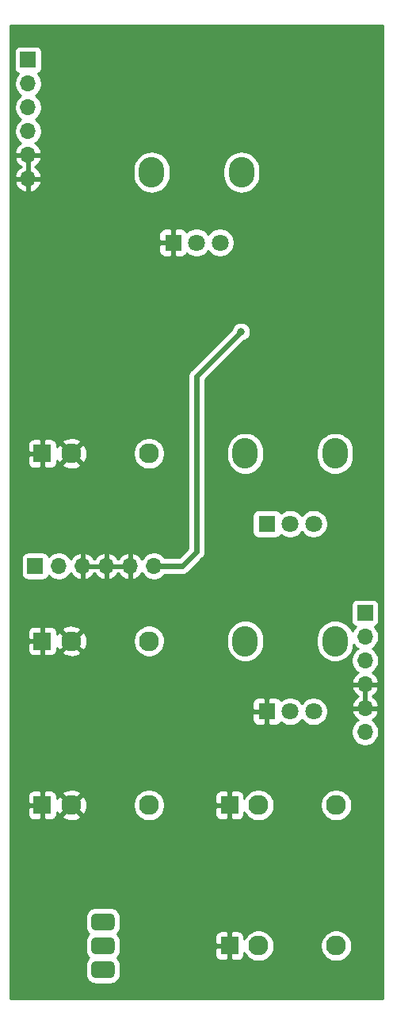
<source format=gbr>
%TF.GenerationSoftware,KiCad,Pcbnew,5.1.8*%
%TF.CreationDate,2020-12-05T20:57:14+00:00*%
%TF.ProjectId,oscillator_prototype,6f736369-6c6c-4617-946f-725f70726f74,rev?*%
%TF.SameCoordinates,Original*%
%TF.FileFunction,Copper,L2,Bot*%
%TF.FilePolarity,Positive*%
%FSLAX46Y46*%
G04 Gerber Fmt 4.6, Leading zero omitted, Abs format (unit mm)*
G04 Created by KiCad (PCBNEW 5.1.8) date 2020-12-05 20:57:14*
%MOMM*%
%LPD*%
G01*
G04 APERTURE LIST*
%TA.AperFunction,ComponentPad*%
%ADD10R,1.700000X1.700000*%
%TD*%
%TA.AperFunction,ComponentPad*%
%ADD11O,1.700000X1.700000*%
%TD*%
%TA.AperFunction,ComponentPad*%
%ADD12C,2.130000*%
%TD*%
%TA.AperFunction,ComponentPad*%
%ADD13R,1.830000X1.930000*%
%TD*%
%TA.AperFunction,ComponentPad*%
%ADD14O,2.720000X3.240000*%
%TD*%
%TA.AperFunction,ComponentPad*%
%ADD15C,1.800000*%
%TD*%
%TA.AperFunction,ComponentPad*%
%ADD16R,1.800000X1.800000*%
%TD*%
%TA.AperFunction,ViaPad*%
%ADD17C,0.800000*%
%TD*%
%TA.AperFunction,Conductor*%
%ADD18C,0.600000*%
%TD*%
%TA.AperFunction,Conductor*%
%ADD19C,0.254000*%
%TD*%
%TA.AperFunction,Conductor*%
%ADD20C,0.100000*%
%TD*%
G04 APERTURE END LIST*
D10*
%TO.P,J11,1*%
%TO.N,-12V_f*%
X83000000Y-107000000D03*
D11*
%TO.P,J11,2*%
%TO.N,tri_f*%
X83000000Y-109540000D03*
%TO.P,J11,3*%
%TO.N,switch_b_f*%
X83000000Y-112080000D03*
%TO.P,J11,4*%
%TO.N,GND_f*%
X83000000Y-114620000D03*
%TO.P,J11,5*%
X83000000Y-117160000D03*
%TO.P,J11,6*%
%TO.N,saw_f*%
X83000000Y-119700000D03*
%TD*%
D12*
%TO.P,J1,T*%
%TO.N,saw_f*%
X79920000Y-127500000D03*
D13*
%TO.P,J1,S*%
%TO.N,GND_f*%
X68520000Y-127500000D03*
D12*
%TO.P,J1,TN*%
%TO.N,Net-(J1-PadTN)*%
X71620000Y-127500000D03*
%TD*%
%TO.P,J3,TN*%
%TO.N,GND_f*%
X51620000Y-90000000D03*
D13*
%TO.P,J3,S*%
X48520000Y-90000000D03*
D12*
%TO.P,J3,T*%
%TO.N,v_per_oct_f*%
X59920000Y-90000000D03*
%TD*%
%TO.P,J4,T*%
%TO.N,tri_f*%
X79920000Y-142500000D03*
D13*
%TO.P,J4,S*%
%TO.N,GND_f*%
X68520000Y-142500000D03*
D12*
%TO.P,J4,TN*%
%TO.N,Net-(J4-PadTN)*%
X71620000Y-142500000D03*
%TD*%
%TO.P,J6,TN*%
%TO.N,GND_f*%
X51620000Y-127500000D03*
D13*
%TO.P,J6,S*%
X48520000Y-127500000D03*
D12*
%TO.P,J6,T*%
%TO.N,sync_f*%
X59920000Y-127500000D03*
%TD*%
%TO.P,J8,T*%
%TO.N,Net-(J8-PadT)*%
X59920000Y-110000000D03*
D13*
%TO.P,J8,S*%
%TO.N,GND_f*%
X48520000Y-110000000D03*
D12*
%TO.P,J8,TN*%
X51620000Y-110000000D03*
%TD*%
D14*
%TO.P,RV1,*%
%TO.N,*%
X70200000Y-90000000D03*
X79800000Y-90000000D03*
D15*
%TO.P,RV1,3*%
%TO.N,2.5V_f*%
X77500000Y-97500000D03*
%TO.P,RV1,2*%
%TO.N,coarse_f*%
X75000000Y-97500000D03*
D16*
%TO.P,RV1,1*%
%TO.N,-2.5V_f*%
X72500000Y-97500000D03*
%TD*%
%TO.P,RV2,1*%
%TO.N,GND_f*%
X62500000Y-67500000D03*
D15*
%TO.P,RV2,2*%
%TO.N,fine_f*%
X65000000Y-67500000D03*
%TO.P,RV2,3*%
%TO.N,2.5V_f*%
X67500000Y-67500000D03*
D14*
%TO.P,RV2,*%
%TO.N,*%
X69800000Y-60000000D03*
X60200000Y-60000000D03*
%TD*%
D16*
%TO.P,RV7,1*%
%TO.N,GND_f*%
X72500000Y-117500000D03*
D15*
%TO.P,RV7,2*%
%TO.N,lin_fm_f*%
X75000000Y-117500000D03*
%TO.P,RV7,3*%
%TO.N,Net-(J8-PadT)*%
X77500000Y-117500000D03*
D14*
%TO.P,RV7,*%
%TO.N,*%
X79800000Y-110000000D03*
X70200000Y-110000000D03*
%TD*%
%TO.P,SW1,1*%
%TO.N,switch_b_f*%
%TA.AperFunction,ComponentPad*%
G36*
G01*
X53750000Y-140410000D02*
X53750000Y-139510000D01*
G75*
G02*
X54200000Y-139060000I450000J0D01*
G01*
X55800000Y-139060000D01*
G75*
G02*
X56250000Y-139510000I0J-450000D01*
G01*
X56250000Y-140410000D01*
G75*
G02*
X55800000Y-140860000I-450000J0D01*
G01*
X54200000Y-140860000D01*
G75*
G02*
X53750000Y-140410000I0J450000D01*
G01*
G37*
%TD.AperFunction*%
%TO.P,SW1,2*%
%TO.N,switch_a_f*%
%TA.AperFunction,ComponentPad*%
G36*
G01*
X53750000Y-142950000D02*
X53750000Y-142050000D01*
G75*
G02*
X54200000Y-141600000I450000J0D01*
G01*
X55800000Y-141600000D01*
G75*
G02*
X56250000Y-142050000I0J-450000D01*
G01*
X56250000Y-142950000D01*
G75*
G02*
X55800000Y-143400000I-450000J0D01*
G01*
X54200000Y-143400000D01*
G75*
G02*
X53750000Y-142950000I0J450000D01*
G01*
G37*
%TD.AperFunction*%
%TO.P,SW1,3*%
%TO.N,Net-(SW1-Pad3)*%
%TA.AperFunction,ComponentPad*%
G36*
G01*
X53750000Y-145490000D02*
X53750000Y-144590000D01*
G75*
G02*
X54200000Y-144140000I450000J0D01*
G01*
X55800000Y-144140000D01*
G75*
G02*
X56250000Y-144590000I0J-450000D01*
G01*
X56250000Y-145490000D01*
G75*
G02*
X55800000Y-145940000I-450000J0D01*
G01*
X54200000Y-145940000D01*
G75*
G02*
X53750000Y-145490000I0J450000D01*
G01*
G37*
%TD.AperFunction*%
%TD*%
D10*
%TO.P,J9,1*%
%TO.N,sync_f*%
X47750000Y-102000000D03*
D11*
%TO.P,J9,2*%
%TO.N,switch_a_f*%
X50290000Y-102000000D03*
%TO.P,J9,3*%
%TO.N,GND_f*%
X52830000Y-102000000D03*
%TO.P,J9,4*%
X55370000Y-102000000D03*
%TO.P,J9,5*%
X57910000Y-102000000D03*
%TO.P,J9,6*%
%TO.N,12V_f*%
X60450000Y-102000000D03*
%TD*%
%TO.P,J13,6*%
%TO.N,GND_f*%
X47000000Y-60700000D03*
%TO.P,J13,5*%
X47000000Y-58160000D03*
%TO.P,J13,4*%
%TO.N,lin_fm_f*%
X47000000Y-55620000D03*
%TO.P,J13,3*%
%TO.N,v_per_oct_f*%
X47000000Y-53080000D03*
%TO.P,J13,2*%
%TO.N,coarse_f*%
X47000000Y-50540000D03*
D10*
%TO.P,J13,1*%
%TO.N,fine_f*%
X47000000Y-48000000D03*
%TD*%
D17*
%TO.N,GND_f*%
X67500000Y-102500000D03*
X70000000Y-102500000D03*
X67500000Y-105000000D03*
X70000000Y-105000000D03*
X65000000Y-105000000D03*
X64750000Y-110000000D03*
X54500000Y-54500000D03*
X79750000Y-134750000D03*
%TO.N,12V_f*%
X69750000Y-77000000D03*
%TD*%
D18*
%TO.N,12V_f*%
X60450000Y-102000000D02*
X63500000Y-102000000D01*
X63500000Y-102000000D02*
X65000000Y-100500000D01*
X65000000Y-81750000D02*
X69750000Y-77000000D01*
X65000000Y-100500000D02*
X65000000Y-81750000D01*
%TD*%
D19*
%TO.N,GND_f*%
X84873000Y-148123000D02*
X45127000Y-148123000D01*
X45127000Y-139510000D01*
X53111928Y-139510000D01*
X53111928Y-140410000D01*
X53132835Y-140622272D01*
X53194753Y-140826387D01*
X53295301Y-141014500D01*
X53430617Y-141179383D01*
X53492294Y-141230000D01*
X53430617Y-141280617D01*
X53295301Y-141445500D01*
X53194753Y-141633613D01*
X53132835Y-141837728D01*
X53111928Y-142050000D01*
X53111928Y-142950000D01*
X53132835Y-143162272D01*
X53194753Y-143366387D01*
X53295301Y-143554500D01*
X53430617Y-143719383D01*
X53492294Y-143770000D01*
X53430617Y-143820617D01*
X53295301Y-143985500D01*
X53194753Y-144173613D01*
X53132835Y-144377728D01*
X53111928Y-144590000D01*
X53111928Y-145490000D01*
X53132835Y-145702272D01*
X53194753Y-145906387D01*
X53295301Y-146094500D01*
X53430617Y-146259383D01*
X53595500Y-146394699D01*
X53783613Y-146495247D01*
X53987728Y-146557165D01*
X54200000Y-146578072D01*
X55800000Y-146578072D01*
X56012272Y-146557165D01*
X56216387Y-146495247D01*
X56404500Y-146394699D01*
X56569383Y-146259383D01*
X56704699Y-146094500D01*
X56805247Y-145906387D01*
X56867165Y-145702272D01*
X56888072Y-145490000D01*
X56888072Y-144590000D01*
X56867165Y-144377728D01*
X56805247Y-144173613D01*
X56704699Y-143985500D01*
X56569383Y-143820617D01*
X56507706Y-143770000D01*
X56569383Y-143719383D01*
X56704699Y-143554500D01*
X56752537Y-143465000D01*
X66966928Y-143465000D01*
X66979188Y-143589482D01*
X67015498Y-143709180D01*
X67074463Y-143819494D01*
X67153815Y-143916185D01*
X67250506Y-143995537D01*
X67360820Y-144054502D01*
X67480518Y-144090812D01*
X67605000Y-144103072D01*
X68234250Y-144100000D01*
X68393000Y-143941250D01*
X68393000Y-142627000D01*
X67128750Y-142627000D01*
X66970000Y-142785750D01*
X66966928Y-143465000D01*
X56752537Y-143465000D01*
X56805247Y-143366387D01*
X56867165Y-143162272D01*
X56888072Y-142950000D01*
X56888072Y-142050000D01*
X56867165Y-141837728D01*
X56805247Y-141633613D01*
X56752538Y-141535000D01*
X66966928Y-141535000D01*
X66970000Y-142214250D01*
X67128750Y-142373000D01*
X68393000Y-142373000D01*
X68393000Y-141058750D01*
X68647000Y-141058750D01*
X68647000Y-142373000D01*
X68667000Y-142373000D01*
X68667000Y-142627000D01*
X68647000Y-142627000D01*
X68647000Y-143941250D01*
X68805750Y-144100000D01*
X69435000Y-144103072D01*
X69559482Y-144090812D01*
X69679180Y-144054502D01*
X69789494Y-143995537D01*
X69886185Y-143916185D01*
X69965537Y-143819494D01*
X70024502Y-143709180D01*
X70060812Y-143589482D01*
X70073072Y-143465000D01*
X70071895Y-143204860D01*
X70113479Y-143305252D01*
X70299523Y-143583687D01*
X70536313Y-143820477D01*
X70814748Y-144006521D01*
X71124128Y-144134670D01*
X71452565Y-144200000D01*
X71787435Y-144200000D01*
X72115872Y-144134670D01*
X72425252Y-144006521D01*
X72703687Y-143820477D01*
X72940477Y-143583687D01*
X73126521Y-143305252D01*
X73254670Y-142995872D01*
X73320000Y-142667435D01*
X73320000Y-142332565D01*
X78220000Y-142332565D01*
X78220000Y-142667435D01*
X78285330Y-142995872D01*
X78413479Y-143305252D01*
X78599523Y-143583687D01*
X78836313Y-143820477D01*
X79114748Y-144006521D01*
X79424128Y-144134670D01*
X79752565Y-144200000D01*
X80087435Y-144200000D01*
X80415872Y-144134670D01*
X80725252Y-144006521D01*
X81003687Y-143820477D01*
X81240477Y-143583687D01*
X81426521Y-143305252D01*
X81554670Y-142995872D01*
X81620000Y-142667435D01*
X81620000Y-142332565D01*
X81554670Y-142004128D01*
X81426521Y-141694748D01*
X81240477Y-141416313D01*
X81003687Y-141179523D01*
X80725252Y-140993479D01*
X80415872Y-140865330D01*
X80087435Y-140800000D01*
X79752565Y-140800000D01*
X79424128Y-140865330D01*
X79114748Y-140993479D01*
X78836313Y-141179523D01*
X78599523Y-141416313D01*
X78413479Y-141694748D01*
X78285330Y-142004128D01*
X78220000Y-142332565D01*
X73320000Y-142332565D01*
X73254670Y-142004128D01*
X73126521Y-141694748D01*
X72940477Y-141416313D01*
X72703687Y-141179523D01*
X72425252Y-140993479D01*
X72115872Y-140865330D01*
X71787435Y-140800000D01*
X71452565Y-140800000D01*
X71124128Y-140865330D01*
X70814748Y-140993479D01*
X70536313Y-141179523D01*
X70299523Y-141416313D01*
X70113479Y-141694748D01*
X70071895Y-141795140D01*
X70073072Y-141535000D01*
X70060812Y-141410518D01*
X70024502Y-141290820D01*
X69965537Y-141180506D01*
X69886185Y-141083815D01*
X69789494Y-141004463D01*
X69679180Y-140945498D01*
X69559482Y-140909188D01*
X69435000Y-140896928D01*
X68805750Y-140900000D01*
X68647000Y-141058750D01*
X68393000Y-141058750D01*
X68234250Y-140900000D01*
X67605000Y-140896928D01*
X67480518Y-140909188D01*
X67360820Y-140945498D01*
X67250506Y-141004463D01*
X67153815Y-141083815D01*
X67074463Y-141180506D01*
X67015498Y-141290820D01*
X66979188Y-141410518D01*
X66966928Y-141535000D01*
X56752538Y-141535000D01*
X56704699Y-141445500D01*
X56569383Y-141280617D01*
X56507706Y-141230000D01*
X56569383Y-141179383D01*
X56704699Y-141014500D01*
X56805247Y-140826387D01*
X56867165Y-140622272D01*
X56888072Y-140410000D01*
X56888072Y-139510000D01*
X56867165Y-139297728D01*
X56805247Y-139093613D01*
X56704699Y-138905500D01*
X56569383Y-138740617D01*
X56404500Y-138605301D01*
X56216387Y-138504753D01*
X56012272Y-138442835D01*
X55800000Y-138421928D01*
X54200000Y-138421928D01*
X53987728Y-138442835D01*
X53783613Y-138504753D01*
X53595500Y-138605301D01*
X53430617Y-138740617D01*
X53295301Y-138905500D01*
X53194753Y-139093613D01*
X53132835Y-139297728D01*
X53111928Y-139510000D01*
X45127000Y-139510000D01*
X45127000Y-128465000D01*
X46966928Y-128465000D01*
X46979188Y-128589482D01*
X47015498Y-128709180D01*
X47074463Y-128819494D01*
X47153815Y-128916185D01*
X47250506Y-128995537D01*
X47360820Y-129054502D01*
X47480518Y-129090812D01*
X47605000Y-129103072D01*
X48234250Y-129100000D01*
X48393000Y-128941250D01*
X48393000Y-127627000D01*
X47128750Y-127627000D01*
X46970000Y-127785750D01*
X46966928Y-128465000D01*
X45127000Y-128465000D01*
X45127000Y-126535000D01*
X46966928Y-126535000D01*
X46970000Y-127214250D01*
X47128750Y-127373000D01*
X48393000Y-127373000D01*
X48393000Y-126058750D01*
X48647000Y-126058750D01*
X48647000Y-127373000D01*
X48667000Y-127373000D01*
X48667000Y-127627000D01*
X48647000Y-127627000D01*
X48647000Y-128941250D01*
X48805750Y-129100000D01*
X49435000Y-129103072D01*
X49559482Y-129090812D01*
X49679180Y-129054502D01*
X49789494Y-128995537D01*
X49886185Y-128916185D01*
X49965537Y-128819494D01*
X50024502Y-128709180D01*
X50032819Y-128681761D01*
X50617844Y-128681761D01*
X50721454Y-128952807D01*
X51022148Y-129100190D01*
X51345818Y-129186078D01*
X51680023Y-129207171D01*
X52011922Y-129162658D01*
X52328760Y-129054250D01*
X52518546Y-128952807D01*
X52622156Y-128681761D01*
X51620000Y-127679605D01*
X50617844Y-128681761D01*
X50032819Y-128681761D01*
X50060812Y-128589482D01*
X50073072Y-128465000D01*
X50071966Y-128220389D01*
X50167193Y-128398546D01*
X50438239Y-128502156D01*
X51440395Y-127500000D01*
X51799605Y-127500000D01*
X52801761Y-128502156D01*
X53072807Y-128398546D01*
X53220190Y-128097852D01*
X53306078Y-127774182D01*
X53327171Y-127439977D01*
X53312766Y-127332565D01*
X58220000Y-127332565D01*
X58220000Y-127667435D01*
X58285330Y-127995872D01*
X58413479Y-128305252D01*
X58599523Y-128583687D01*
X58836313Y-128820477D01*
X59114748Y-129006521D01*
X59424128Y-129134670D01*
X59752565Y-129200000D01*
X60087435Y-129200000D01*
X60415872Y-129134670D01*
X60725252Y-129006521D01*
X61003687Y-128820477D01*
X61240477Y-128583687D01*
X61319780Y-128465000D01*
X66966928Y-128465000D01*
X66979188Y-128589482D01*
X67015498Y-128709180D01*
X67074463Y-128819494D01*
X67153815Y-128916185D01*
X67250506Y-128995537D01*
X67360820Y-129054502D01*
X67480518Y-129090812D01*
X67605000Y-129103072D01*
X68234250Y-129100000D01*
X68393000Y-128941250D01*
X68393000Y-127627000D01*
X67128750Y-127627000D01*
X66970000Y-127785750D01*
X66966928Y-128465000D01*
X61319780Y-128465000D01*
X61426521Y-128305252D01*
X61554670Y-127995872D01*
X61620000Y-127667435D01*
X61620000Y-127332565D01*
X61554670Y-127004128D01*
X61426521Y-126694748D01*
X61319781Y-126535000D01*
X66966928Y-126535000D01*
X66970000Y-127214250D01*
X67128750Y-127373000D01*
X68393000Y-127373000D01*
X68393000Y-126058750D01*
X68647000Y-126058750D01*
X68647000Y-127373000D01*
X68667000Y-127373000D01*
X68667000Y-127627000D01*
X68647000Y-127627000D01*
X68647000Y-128941250D01*
X68805750Y-129100000D01*
X69435000Y-129103072D01*
X69559482Y-129090812D01*
X69679180Y-129054502D01*
X69789494Y-128995537D01*
X69886185Y-128916185D01*
X69965537Y-128819494D01*
X70024502Y-128709180D01*
X70060812Y-128589482D01*
X70073072Y-128465000D01*
X70071895Y-128204860D01*
X70113479Y-128305252D01*
X70299523Y-128583687D01*
X70536313Y-128820477D01*
X70814748Y-129006521D01*
X71124128Y-129134670D01*
X71452565Y-129200000D01*
X71787435Y-129200000D01*
X72115872Y-129134670D01*
X72425252Y-129006521D01*
X72703687Y-128820477D01*
X72940477Y-128583687D01*
X73126521Y-128305252D01*
X73254670Y-127995872D01*
X73320000Y-127667435D01*
X73320000Y-127332565D01*
X78220000Y-127332565D01*
X78220000Y-127667435D01*
X78285330Y-127995872D01*
X78413479Y-128305252D01*
X78599523Y-128583687D01*
X78836313Y-128820477D01*
X79114748Y-129006521D01*
X79424128Y-129134670D01*
X79752565Y-129200000D01*
X80087435Y-129200000D01*
X80415872Y-129134670D01*
X80725252Y-129006521D01*
X81003687Y-128820477D01*
X81240477Y-128583687D01*
X81426521Y-128305252D01*
X81554670Y-127995872D01*
X81620000Y-127667435D01*
X81620000Y-127332565D01*
X81554670Y-127004128D01*
X81426521Y-126694748D01*
X81240477Y-126416313D01*
X81003687Y-126179523D01*
X80725252Y-125993479D01*
X80415872Y-125865330D01*
X80087435Y-125800000D01*
X79752565Y-125800000D01*
X79424128Y-125865330D01*
X79114748Y-125993479D01*
X78836313Y-126179523D01*
X78599523Y-126416313D01*
X78413479Y-126694748D01*
X78285330Y-127004128D01*
X78220000Y-127332565D01*
X73320000Y-127332565D01*
X73254670Y-127004128D01*
X73126521Y-126694748D01*
X72940477Y-126416313D01*
X72703687Y-126179523D01*
X72425252Y-125993479D01*
X72115872Y-125865330D01*
X71787435Y-125800000D01*
X71452565Y-125800000D01*
X71124128Y-125865330D01*
X70814748Y-125993479D01*
X70536313Y-126179523D01*
X70299523Y-126416313D01*
X70113479Y-126694748D01*
X70071895Y-126795140D01*
X70073072Y-126535000D01*
X70060812Y-126410518D01*
X70024502Y-126290820D01*
X69965537Y-126180506D01*
X69886185Y-126083815D01*
X69789494Y-126004463D01*
X69679180Y-125945498D01*
X69559482Y-125909188D01*
X69435000Y-125896928D01*
X68805750Y-125900000D01*
X68647000Y-126058750D01*
X68393000Y-126058750D01*
X68234250Y-125900000D01*
X67605000Y-125896928D01*
X67480518Y-125909188D01*
X67360820Y-125945498D01*
X67250506Y-126004463D01*
X67153815Y-126083815D01*
X67074463Y-126180506D01*
X67015498Y-126290820D01*
X66979188Y-126410518D01*
X66966928Y-126535000D01*
X61319781Y-126535000D01*
X61240477Y-126416313D01*
X61003687Y-126179523D01*
X60725252Y-125993479D01*
X60415872Y-125865330D01*
X60087435Y-125800000D01*
X59752565Y-125800000D01*
X59424128Y-125865330D01*
X59114748Y-125993479D01*
X58836313Y-126179523D01*
X58599523Y-126416313D01*
X58413479Y-126694748D01*
X58285330Y-127004128D01*
X58220000Y-127332565D01*
X53312766Y-127332565D01*
X53282658Y-127108078D01*
X53174250Y-126791240D01*
X53072807Y-126601454D01*
X52801761Y-126497844D01*
X51799605Y-127500000D01*
X51440395Y-127500000D01*
X50438239Y-126497844D01*
X50167193Y-126601454D01*
X50071892Y-126795889D01*
X50073072Y-126535000D01*
X50060812Y-126410518D01*
X50032820Y-126318239D01*
X50617844Y-126318239D01*
X51620000Y-127320395D01*
X52622156Y-126318239D01*
X52518546Y-126047193D01*
X52217852Y-125899810D01*
X51894182Y-125813922D01*
X51559977Y-125792829D01*
X51228078Y-125837342D01*
X50911240Y-125945750D01*
X50721454Y-126047193D01*
X50617844Y-126318239D01*
X50032820Y-126318239D01*
X50024502Y-126290820D01*
X49965537Y-126180506D01*
X49886185Y-126083815D01*
X49789494Y-126004463D01*
X49679180Y-125945498D01*
X49559482Y-125909188D01*
X49435000Y-125896928D01*
X48805750Y-125900000D01*
X48647000Y-126058750D01*
X48393000Y-126058750D01*
X48234250Y-125900000D01*
X47605000Y-125896928D01*
X47480518Y-125909188D01*
X47360820Y-125945498D01*
X47250506Y-126004463D01*
X47153815Y-126083815D01*
X47074463Y-126180506D01*
X47015498Y-126290820D01*
X46979188Y-126410518D01*
X46966928Y-126535000D01*
X45127000Y-126535000D01*
X45127000Y-119553740D01*
X81515000Y-119553740D01*
X81515000Y-119846260D01*
X81572068Y-120133158D01*
X81684010Y-120403411D01*
X81846525Y-120646632D01*
X82053368Y-120853475D01*
X82296589Y-121015990D01*
X82566842Y-121127932D01*
X82853740Y-121185000D01*
X83146260Y-121185000D01*
X83433158Y-121127932D01*
X83703411Y-121015990D01*
X83946632Y-120853475D01*
X84153475Y-120646632D01*
X84315990Y-120403411D01*
X84427932Y-120133158D01*
X84485000Y-119846260D01*
X84485000Y-119553740D01*
X84427932Y-119266842D01*
X84315990Y-118996589D01*
X84153475Y-118753368D01*
X83946632Y-118546525D01*
X83764466Y-118424805D01*
X83881355Y-118355178D01*
X84097588Y-118160269D01*
X84271641Y-117926920D01*
X84396825Y-117664099D01*
X84441476Y-117516890D01*
X84320155Y-117287000D01*
X83127000Y-117287000D01*
X83127000Y-117307000D01*
X82873000Y-117307000D01*
X82873000Y-117287000D01*
X81679845Y-117287000D01*
X81558524Y-117516890D01*
X81603175Y-117664099D01*
X81728359Y-117926920D01*
X81902412Y-118160269D01*
X82118645Y-118355178D01*
X82235534Y-118424805D01*
X82053368Y-118546525D01*
X81846525Y-118753368D01*
X81684010Y-118996589D01*
X81572068Y-119266842D01*
X81515000Y-119553740D01*
X45127000Y-119553740D01*
X45127000Y-118400000D01*
X70961928Y-118400000D01*
X70974188Y-118524482D01*
X71010498Y-118644180D01*
X71069463Y-118754494D01*
X71148815Y-118851185D01*
X71245506Y-118930537D01*
X71355820Y-118989502D01*
X71475518Y-119025812D01*
X71600000Y-119038072D01*
X72214250Y-119035000D01*
X72373000Y-118876250D01*
X72373000Y-117627000D01*
X71123750Y-117627000D01*
X70965000Y-117785750D01*
X70961928Y-118400000D01*
X45127000Y-118400000D01*
X45127000Y-116600000D01*
X70961928Y-116600000D01*
X70965000Y-117214250D01*
X71123750Y-117373000D01*
X72373000Y-117373000D01*
X72373000Y-116123750D01*
X72627000Y-116123750D01*
X72627000Y-117373000D01*
X72647000Y-117373000D01*
X72647000Y-117627000D01*
X72627000Y-117627000D01*
X72627000Y-118876250D01*
X72785750Y-119035000D01*
X73400000Y-119038072D01*
X73524482Y-119025812D01*
X73644180Y-118989502D01*
X73754494Y-118930537D01*
X73851185Y-118851185D01*
X73930537Y-118754494D01*
X73983880Y-118654697D01*
X74021495Y-118692312D01*
X74272905Y-118860299D01*
X74552257Y-118976011D01*
X74848816Y-119035000D01*
X75151184Y-119035000D01*
X75447743Y-118976011D01*
X75727095Y-118860299D01*
X75978505Y-118692312D01*
X76192312Y-118478505D01*
X76250000Y-118392169D01*
X76307688Y-118478505D01*
X76521495Y-118692312D01*
X76772905Y-118860299D01*
X77052257Y-118976011D01*
X77348816Y-119035000D01*
X77651184Y-119035000D01*
X77947743Y-118976011D01*
X78227095Y-118860299D01*
X78478505Y-118692312D01*
X78692312Y-118478505D01*
X78860299Y-118227095D01*
X78976011Y-117947743D01*
X79035000Y-117651184D01*
X79035000Y-117348816D01*
X78976011Y-117052257D01*
X78860299Y-116772905D01*
X78692312Y-116521495D01*
X78478505Y-116307688D01*
X78227095Y-116139701D01*
X77947743Y-116023989D01*
X77651184Y-115965000D01*
X77348816Y-115965000D01*
X77052257Y-116023989D01*
X76772905Y-116139701D01*
X76521495Y-116307688D01*
X76307688Y-116521495D01*
X76250000Y-116607831D01*
X76192312Y-116521495D01*
X75978505Y-116307688D01*
X75727095Y-116139701D01*
X75447743Y-116023989D01*
X75151184Y-115965000D01*
X74848816Y-115965000D01*
X74552257Y-116023989D01*
X74272905Y-116139701D01*
X74021495Y-116307688D01*
X73983880Y-116345303D01*
X73930537Y-116245506D01*
X73851185Y-116148815D01*
X73754494Y-116069463D01*
X73644180Y-116010498D01*
X73524482Y-115974188D01*
X73400000Y-115961928D01*
X72785750Y-115965000D01*
X72627000Y-116123750D01*
X72373000Y-116123750D01*
X72214250Y-115965000D01*
X71600000Y-115961928D01*
X71475518Y-115974188D01*
X71355820Y-116010498D01*
X71245506Y-116069463D01*
X71148815Y-116148815D01*
X71069463Y-116245506D01*
X71010498Y-116355820D01*
X70974188Y-116475518D01*
X70961928Y-116600000D01*
X45127000Y-116600000D01*
X45127000Y-114976890D01*
X81558524Y-114976890D01*
X81603175Y-115124099D01*
X81728359Y-115386920D01*
X81902412Y-115620269D01*
X82118645Y-115815178D01*
X82244255Y-115890000D01*
X82118645Y-115964822D01*
X81902412Y-116159731D01*
X81728359Y-116393080D01*
X81603175Y-116655901D01*
X81558524Y-116803110D01*
X81679845Y-117033000D01*
X82873000Y-117033000D01*
X82873000Y-114747000D01*
X83127000Y-114747000D01*
X83127000Y-117033000D01*
X84320155Y-117033000D01*
X84441476Y-116803110D01*
X84396825Y-116655901D01*
X84271641Y-116393080D01*
X84097588Y-116159731D01*
X83881355Y-115964822D01*
X83755745Y-115890000D01*
X83881355Y-115815178D01*
X84097588Y-115620269D01*
X84271641Y-115386920D01*
X84396825Y-115124099D01*
X84441476Y-114976890D01*
X84320155Y-114747000D01*
X83127000Y-114747000D01*
X82873000Y-114747000D01*
X81679845Y-114747000D01*
X81558524Y-114976890D01*
X45127000Y-114976890D01*
X45127000Y-110965000D01*
X46966928Y-110965000D01*
X46979188Y-111089482D01*
X47015498Y-111209180D01*
X47074463Y-111319494D01*
X47153815Y-111416185D01*
X47250506Y-111495537D01*
X47360820Y-111554502D01*
X47480518Y-111590812D01*
X47605000Y-111603072D01*
X48234250Y-111600000D01*
X48393000Y-111441250D01*
X48393000Y-110127000D01*
X47128750Y-110127000D01*
X46970000Y-110285750D01*
X46966928Y-110965000D01*
X45127000Y-110965000D01*
X45127000Y-109035000D01*
X46966928Y-109035000D01*
X46970000Y-109714250D01*
X47128750Y-109873000D01*
X48393000Y-109873000D01*
X48393000Y-108558750D01*
X48647000Y-108558750D01*
X48647000Y-109873000D01*
X48667000Y-109873000D01*
X48667000Y-110127000D01*
X48647000Y-110127000D01*
X48647000Y-111441250D01*
X48805750Y-111600000D01*
X49435000Y-111603072D01*
X49559482Y-111590812D01*
X49679180Y-111554502D01*
X49789494Y-111495537D01*
X49886185Y-111416185D01*
X49965537Y-111319494D01*
X50024502Y-111209180D01*
X50032819Y-111181761D01*
X50617844Y-111181761D01*
X50721454Y-111452807D01*
X51022148Y-111600190D01*
X51345818Y-111686078D01*
X51680023Y-111707171D01*
X52011922Y-111662658D01*
X52328760Y-111554250D01*
X52518546Y-111452807D01*
X52622156Y-111181761D01*
X51620000Y-110179605D01*
X50617844Y-111181761D01*
X50032819Y-111181761D01*
X50060812Y-111089482D01*
X50073072Y-110965000D01*
X50071966Y-110720389D01*
X50167193Y-110898546D01*
X50438239Y-111002156D01*
X51440395Y-110000000D01*
X51799605Y-110000000D01*
X52801761Y-111002156D01*
X53072807Y-110898546D01*
X53220190Y-110597852D01*
X53306078Y-110274182D01*
X53327171Y-109939977D01*
X53312766Y-109832565D01*
X58220000Y-109832565D01*
X58220000Y-110167435D01*
X58285330Y-110495872D01*
X58413479Y-110805252D01*
X58599523Y-111083687D01*
X58836313Y-111320477D01*
X59114748Y-111506521D01*
X59424128Y-111634670D01*
X59752565Y-111700000D01*
X60087435Y-111700000D01*
X60415872Y-111634670D01*
X60725252Y-111506521D01*
X61003687Y-111320477D01*
X61240477Y-111083687D01*
X61426521Y-110805252D01*
X61554670Y-110495872D01*
X61620000Y-110167435D01*
X61620000Y-109832565D01*
X61582095Y-109642002D01*
X68205000Y-109642002D01*
X68205000Y-110357997D01*
X68233867Y-110651087D01*
X68347943Y-111027146D01*
X68533193Y-111373725D01*
X68782497Y-111677503D01*
X69086275Y-111926807D01*
X69432853Y-112112057D01*
X69808912Y-112226133D01*
X70200000Y-112264652D01*
X70591087Y-112226133D01*
X70967146Y-112112057D01*
X71313725Y-111926807D01*
X71617503Y-111677503D01*
X71866807Y-111373725D01*
X72052057Y-111027147D01*
X72166133Y-110651088D01*
X72195000Y-110357998D01*
X72195000Y-109642003D01*
X72195000Y-109642002D01*
X77805000Y-109642002D01*
X77805000Y-110357997D01*
X77833867Y-110651087D01*
X77947943Y-111027146D01*
X78133193Y-111373725D01*
X78382497Y-111677503D01*
X78686275Y-111926807D01*
X79032853Y-112112057D01*
X79408912Y-112226133D01*
X79800000Y-112264652D01*
X80191087Y-112226133D01*
X80567146Y-112112057D01*
X80913725Y-111926807D01*
X81217503Y-111677503D01*
X81466807Y-111373725D01*
X81652057Y-111027147D01*
X81766133Y-110651088D01*
X81790577Y-110402901D01*
X81846525Y-110486632D01*
X82053368Y-110693475D01*
X82227760Y-110810000D01*
X82053368Y-110926525D01*
X81846525Y-111133368D01*
X81684010Y-111376589D01*
X81572068Y-111646842D01*
X81515000Y-111933740D01*
X81515000Y-112226260D01*
X81572068Y-112513158D01*
X81684010Y-112783411D01*
X81846525Y-113026632D01*
X82053368Y-113233475D01*
X82235534Y-113355195D01*
X82118645Y-113424822D01*
X81902412Y-113619731D01*
X81728359Y-113853080D01*
X81603175Y-114115901D01*
X81558524Y-114263110D01*
X81679845Y-114493000D01*
X82873000Y-114493000D01*
X82873000Y-114473000D01*
X83127000Y-114473000D01*
X83127000Y-114493000D01*
X84320155Y-114493000D01*
X84441476Y-114263110D01*
X84396825Y-114115901D01*
X84271641Y-113853080D01*
X84097588Y-113619731D01*
X83881355Y-113424822D01*
X83764466Y-113355195D01*
X83946632Y-113233475D01*
X84153475Y-113026632D01*
X84315990Y-112783411D01*
X84427932Y-112513158D01*
X84485000Y-112226260D01*
X84485000Y-111933740D01*
X84427932Y-111646842D01*
X84315990Y-111376589D01*
X84153475Y-111133368D01*
X83946632Y-110926525D01*
X83772240Y-110810000D01*
X83946632Y-110693475D01*
X84153475Y-110486632D01*
X84315990Y-110243411D01*
X84427932Y-109973158D01*
X84485000Y-109686260D01*
X84485000Y-109393740D01*
X84427932Y-109106842D01*
X84315990Y-108836589D01*
X84153475Y-108593368D01*
X84021620Y-108461513D01*
X84094180Y-108439502D01*
X84204494Y-108380537D01*
X84301185Y-108301185D01*
X84380537Y-108204494D01*
X84439502Y-108094180D01*
X84475812Y-107974482D01*
X84488072Y-107850000D01*
X84488072Y-106150000D01*
X84475812Y-106025518D01*
X84439502Y-105905820D01*
X84380537Y-105795506D01*
X84301185Y-105698815D01*
X84204494Y-105619463D01*
X84094180Y-105560498D01*
X83974482Y-105524188D01*
X83850000Y-105511928D01*
X82150000Y-105511928D01*
X82025518Y-105524188D01*
X81905820Y-105560498D01*
X81795506Y-105619463D01*
X81698815Y-105698815D01*
X81619463Y-105795506D01*
X81560498Y-105905820D01*
X81524188Y-106025518D01*
X81511928Y-106150000D01*
X81511928Y-107850000D01*
X81524188Y-107974482D01*
X81560498Y-108094180D01*
X81619463Y-108204494D01*
X81698815Y-108301185D01*
X81795506Y-108380537D01*
X81905820Y-108439502D01*
X81978380Y-108461513D01*
X81846525Y-108593368D01*
X81684010Y-108836589D01*
X81638260Y-108947040D01*
X81466807Y-108626275D01*
X81217503Y-108322497D01*
X80913725Y-108073193D01*
X80567147Y-107887943D01*
X80191088Y-107773867D01*
X79800000Y-107735348D01*
X79408913Y-107773867D01*
X79032854Y-107887943D01*
X78686276Y-108073193D01*
X78382498Y-108322497D01*
X78133193Y-108626275D01*
X77947943Y-108972853D01*
X77833867Y-109348912D01*
X77805000Y-109642002D01*
X72195000Y-109642002D01*
X72166133Y-109348913D01*
X72052057Y-108972853D01*
X71866807Y-108626275D01*
X71617503Y-108322497D01*
X71313725Y-108073193D01*
X70967147Y-107887943D01*
X70591088Y-107773867D01*
X70200000Y-107735348D01*
X69808913Y-107773867D01*
X69432854Y-107887943D01*
X69086276Y-108073193D01*
X68782498Y-108322497D01*
X68533193Y-108626275D01*
X68347943Y-108972853D01*
X68233867Y-109348912D01*
X68205000Y-109642002D01*
X61582095Y-109642002D01*
X61554670Y-109504128D01*
X61426521Y-109194748D01*
X61240477Y-108916313D01*
X61003687Y-108679523D01*
X60725252Y-108493479D01*
X60415872Y-108365330D01*
X60087435Y-108300000D01*
X59752565Y-108300000D01*
X59424128Y-108365330D01*
X59114748Y-108493479D01*
X58836313Y-108679523D01*
X58599523Y-108916313D01*
X58413479Y-109194748D01*
X58285330Y-109504128D01*
X58220000Y-109832565D01*
X53312766Y-109832565D01*
X53282658Y-109608078D01*
X53174250Y-109291240D01*
X53072807Y-109101454D01*
X52801761Y-108997844D01*
X51799605Y-110000000D01*
X51440395Y-110000000D01*
X50438239Y-108997844D01*
X50167193Y-109101454D01*
X50071892Y-109295889D01*
X50073072Y-109035000D01*
X50060812Y-108910518D01*
X50032820Y-108818239D01*
X50617844Y-108818239D01*
X51620000Y-109820395D01*
X52622156Y-108818239D01*
X52518546Y-108547193D01*
X52217852Y-108399810D01*
X51894182Y-108313922D01*
X51559977Y-108292829D01*
X51228078Y-108337342D01*
X50911240Y-108445750D01*
X50721454Y-108547193D01*
X50617844Y-108818239D01*
X50032820Y-108818239D01*
X50024502Y-108790820D01*
X49965537Y-108680506D01*
X49886185Y-108583815D01*
X49789494Y-108504463D01*
X49679180Y-108445498D01*
X49559482Y-108409188D01*
X49435000Y-108396928D01*
X48805750Y-108400000D01*
X48647000Y-108558750D01*
X48393000Y-108558750D01*
X48234250Y-108400000D01*
X47605000Y-108396928D01*
X47480518Y-108409188D01*
X47360820Y-108445498D01*
X47250506Y-108504463D01*
X47153815Y-108583815D01*
X47074463Y-108680506D01*
X47015498Y-108790820D01*
X46979188Y-108910518D01*
X46966928Y-109035000D01*
X45127000Y-109035000D01*
X45127000Y-101150000D01*
X46261928Y-101150000D01*
X46261928Y-102850000D01*
X46274188Y-102974482D01*
X46310498Y-103094180D01*
X46369463Y-103204494D01*
X46448815Y-103301185D01*
X46545506Y-103380537D01*
X46655820Y-103439502D01*
X46775518Y-103475812D01*
X46900000Y-103488072D01*
X48600000Y-103488072D01*
X48724482Y-103475812D01*
X48844180Y-103439502D01*
X48954494Y-103380537D01*
X49051185Y-103301185D01*
X49130537Y-103204494D01*
X49189502Y-103094180D01*
X49211513Y-103021620D01*
X49343368Y-103153475D01*
X49586589Y-103315990D01*
X49856842Y-103427932D01*
X50143740Y-103485000D01*
X50436260Y-103485000D01*
X50723158Y-103427932D01*
X50993411Y-103315990D01*
X51236632Y-103153475D01*
X51443475Y-102946632D01*
X51565195Y-102764466D01*
X51634822Y-102881355D01*
X51829731Y-103097588D01*
X52063080Y-103271641D01*
X52325901Y-103396825D01*
X52473110Y-103441476D01*
X52703000Y-103320155D01*
X52703000Y-102127000D01*
X52957000Y-102127000D01*
X52957000Y-103320155D01*
X53186890Y-103441476D01*
X53334099Y-103396825D01*
X53596920Y-103271641D01*
X53830269Y-103097588D01*
X54025178Y-102881355D01*
X54100000Y-102755745D01*
X54174822Y-102881355D01*
X54369731Y-103097588D01*
X54603080Y-103271641D01*
X54865901Y-103396825D01*
X55013110Y-103441476D01*
X55243000Y-103320155D01*
X55243000Y-102127000D01*
X55497000Y-102127000D01*
X55497000Y-103320155D01*
X55726890Y-103441476D01*
X55874099Y-103396825D01*
X56136920Y-103271641D01*
X56370269Y-103097588D01*
X56565178Y-102881355D01*
X56640000Y-102755745D01*
X56714822Y-102881355D01*
X56909731Y-103097588D01*
X57143080Y-103271641D01*
X57405901Y-103396825D01*
X57553110Y-103441476D01*
X57783000Y-103320155D01*
X57783000Y-102127000D01*
X55497000Y-102127000D01*
X55243000Y-102127000D01*
X52957000Y-102127000D01*
X52703000Y-102127000D01*
X52683000Y-102127000D01*
X52683000Y-101873000D01*
X52703000Y-101873000D01*
X52703000Y-100679845D01*
X52957000Y-100679845D01*
X52957000Y-101873000D01*
X55243000Y-101873000D01*
X55243000Y-100679845D01*
X55497000Y-100679845D01*
X55497000Y-101873000D01*
X57783000Y-101873000D01*
X57783000Y-100679845D01*
X58037000Y-100679845D01*
X58037000Y-101873000D01*
X58057000Y-101873000D01*
X58057000Y-102127000D01*
X58037000Y-102127000D01*
X58037000Y-103320155D01*
X58266890Y-103441476D01*
X58414099Y-103396825D01*
X58676920Y-103271641D01*
X58910269Y-103097588D01*
X59105178Y-102881355D01*
X59174805Y-102764466D01*
X59296525Y-102946632D01*
X59503368Y-103153475D01*
X59746589Y-103315990D01*
X60016842Y-103427932D01*
X60303740Y-103485000D01*
X60596260Y-103485000D01*
X60883158Y-103427932D01*
X61153411Y-103315990D01*
X61396632Y-103153475D01*
X61603475Y-102946632D01*
X61611247Y-102935000D01*
X63454068Y-102935000D01*
X63500000Y-102939524D01*
X63545932Y-102935000D01*
X63683292Y-102921471D01*
X63859540Y-102868007D01*
X64021972Y-102781186D01*
X64164344Y-102664344D01*
X64193630Y-102628659D01*
X65628665Y-101193624D01*
X65664344Y-101164344D01*
X65781186Y-101021972D01*
X65868007Y-100859540D01*
X65921471Y-100683292D01*
X65935000Y-100545932D01*
X65935000Y-100545931D01*
X65939524Y-100500001D01*
X65935000Y-100454069D01*
X65935000Y-96600000D01*
X70961928Y-96600000D01*
X70961928Y-98400000D01*
X70974188Y-98524482D01*
X71010498Y-98644180D01*
X71069463Y-98754494D01*
X71148815Y-98851185D01*
X71245506Y-98930537D01*
X71355820Y-98989502D01*
X71475518Y-99025812D01*
X71600000Y-99038072D01*
X73400000Y-99038072D01*
X73524482Y-99025812D01*
X73644180Y-98989502D01*
X73754494Y-98930537D01*
X73851185Y-98851185D01*
X73930537Y-98754494D01*
X73983880Y-98654697D01*
X74021495Y-98692312D01*
X74272905Y-98860299D01*
X74552257Y-98976011D01*
X74848816Y-99035000D01*
X75151184Y-99035000D01*
X75447743Y-98976011D01*
X75727095Y-98860299D01*
X75978505Y-98692312D01*
X76192312Y-98478505D01*
X76250000Y-98392169D01*
X76307688Y-98478505D01*
X76521495Y-98692312D01*
X76772905Y-98860299D01*
X77052257Y-98976011D01*
X77348816Y-99035000D01*
X77651184Y-99035000D01*
X77947743Y-98976011D01*
X78227095Y-98860299D01*
X78478505Y-98692312D01*
X78692312Y-98478505D01*
X78860299Y-98227095D01*
X78976011Y-97947743D01*
X79035000Y-97651184D01*
X79035000Y-97348816D01*
X78976011Y-97052257D01*
X78860299Y-96772905D01*
X78692312Y-96521495D01*
X78478505Y-96307688D01*
X78227095Y-96139701D01*
X77947743Y-96023989D01*
X77651184Y-95965000D01*
X77348816Y-95965000D01*
X77052257Y-96023989D01*
X76772905Y-96139701D01*
X76521495Y-96307688D01*
X76307688Y-96521495D01*
X76250000Y-96607831D01*
X76192312Y-96521495D01*
X75978505Y-96307688D01*
X75727095Y-96139701D01*
X75447743Y-96023989D01*
X75151184Y-95965000D01*
X74848816Y-95965000D01*
X74552257Y-96023989D01*
X74272905Y-96139701D01*
X74021495Y-96307688D01*
X73983880Y-96345303D01*
X73930537Y-96245506D01*
X73851185Y-96148815D01*
X73754494Y-96069463D01*
X73644180Y-96010498D01*
X73524482Y-95974188D01*
X73400000Y-95961928D01*
X71600000Y-95961928D01*
X71475518Y-95974188D01*
X71355820Y-96010498D01*
X71245506Y-96069463D01*
X71148815Y-96148815D01*
X71069463Y-96245506D01*
X71010498Y-96355820D01*
X70974188Y-96475518D01*
X70961928Y-96600000D01*
X65935000Y-96600000D01*
X65935000Y-89642002D01*
X68205000Y-89642002D01*
X68205000Y-90357997D01*
X68233867Y-90651087D01*
X68347943Y-91027146D01*
X68533193Y-91373725D01*
X68782497Y-91677503D01*
X69086275Y-91926807D01*
X69432853Y-92112057D01*
X69808912Y-92226133D01*
X70200000Y-92264652D01*
X70591087Y-92226133D01*
X70967146Y-92112057D01*
X71313725Y-91926807D01*
X71617503Y-91677503D01*
X71866807Y-91373725D01*
X72052057Y-91027147D01*
X72166133Y-90651088D01*
X72195000Y-90357998D01*
X72195000Y-89642003D01*
X72195000Y-89642002D01*
X77805000Y-89642002D01*
X77805000Y-90357997D01*
X77833867Y-90651087D01*
X77947943Y-91027146D01*
X78133193Y-91373725D01*
X78382497Y-91677503D01*
X78686275Y-91926807D01*
X79032853Y-92112057D01*
X79408912Y-92226133D01*
X79800000Y-92264652D01*
X80191087Y-92226133D01*
X80567146Y-92112057D01*
X80913725Y-91926807D01*
X81217503Y-91677503D01*
X81466807Y-91373725D01*
X81652057Y-91027147D01*
X81766133Y-90651088D01*
X81795000Y-90357998D01*
X81795000Y-89642003D01*
X81766133Y-89348913D01*
X81652057Y-88972853D01*
X81466807Y-88626275D01*
X81217503Y-88322497D01*
X80913725Y-88073193D01*
X80567147Y-87887943D01*
X80191088Y-87773867D01*
X79800000Y-87735348D01*
X79408913Y-87773867D01*
X79032854Y-87887943D01*
X78686276Y-88073193D01*
X78382498Y-88322497D01*
X78133193Y-88626275D01*
X77947943Y-88972853D01*
X77833867Y-89348912D01*
X77805000Y-89642002D01*
X72195000Y-89642002D01*
X72166133Y-89348913D01*
X72052057Y-88972853D01*
X71866807Y-88626275D01*
X71617503Y-88322497D01*
X71313725Y-88073193D01*
X70967147Y-87887943D01*
X70591088Y-87773867D01*
X70200000Y-87735348D01*
X69808913Y-87773867D01*
X69432854Y-87887943D01*
X69086276Y-88073193D01*
X68782498Y-88322497D01*
X68533193Y-88626275D01*
X68347943Y-88972853D01*
X68233867Y-89348912D01*
X68205000Y-89642002D01*
X65935000Y-89642002D01*
X65935000Y-82137289D01*
X70094859Y-77977431D01*
X70240256Y-77917205D01*
X70409774Y-77803937D01*
X70553937Y-77659774D01*
X70667205Y-77490256D01*
X70745226Y-77301898D01*
X70785000Y-77101939D01*
X70785000Y-76898061D01*
X70745226Y-76698102D01*
X70667205Y-76509744D01*
X70553937Y-76340226D01*
X70409774Y-76196063D01*
X70240256Y-76082795D01*
X70051898Y-76004774D01*
X69851939Y-75965000D01*
X69648061Y-75965000D01*
X69448102Y-76004774D01*
X69259744Y-76082795D01*
X69090226Y-76196063D01*
X68946063Y-76340226D01*
X68832795Y-76509744D01*
X68772569Y-76655141D01*
X64371336Y-81056375D01*
X64335657Y-81085656D01*
X64218815Y-81228028D01*
X64131994Y-81390460D01*
X64078529Y-81566709D01*
X64060476Y-81750000D01*
X64065001Y-81795942D01*
X64065000Y-100112710D01*
X63112711Y-101065000D01*
X61611247Y-101065000D01*
X61603475Y-101053368D01*
X61396632Y-100846525D01*
X61153411Y-100684010D01*
X60883158Y-100572068D01*
X60596260Y-100515000D01*
X60303740Y-100515000D01*
X60016842Y-100572068D01*
X59746589Y-100684010D01*
X59503368Y-100846525D01*
X59296525Y-101053368D01*
X59174805Y-101235534D01*
X59105178Y-101118645D01*
X58910269Y-100902412D01*
X58676920Y-100728359D01*
X58414099Y-100603175D01*
X58266890Y-100558524D01*
X58037000Y-100679845D01*
X57783000Y-100679845D01*
X57553110Y-100558524D01*
X57405901Y-100603175D01*
X57143080Y-100728359D01*
X56909731Y-100902412D01*
X56714822Y-101118645D01*
X56640000Y-101244255D01*
X56565178Y-101118645D01*
X56370269Y-100902412D01*
X56136920Y-100728359D01*
X55874099Y-100603175D01*
X55726890Y-100558524D01*
X55497000Y-100679845D01*
X55243000Y-100679845D01*
X55013110Y-100558524D01*
X54865901Y-100603175D01*
X54603080Y-100728359D01*
X54369731Y-100902412D01*
X54174822Y-101118645D01*
X54100000Y-101244255D01*
X54025178Y-101118645D01*
X53830269Y-100902412D01*
X53596920Y-100728359D01*
X53334099Y-100603175D01*
X53186890Y-100558524D01*
X52957000Y-100679845D01*
X52703000Y-100679845D01*
X52473110Y-100558524D01*
X52325901Y-100603175D01*
X52063080Y-100728359D01*
X51829731Y-100902412D01*
X51634822Y-101118645D01*
X51565195Y-101235534D01*
X51443475Y-101053368D01*
X51236632Y-100846525D01*
X50993411Y-100684010D01*
X50723158Y-100572068D01*
X50436260Y-100515000D01*
X50143740Y-100515000D01*
X49856842Y-100572068D01*
X49586589Y-100684010D01*
X49343368Y-100846525D01*
X49211513Y-100978380D01*
X49189502Y-100905820D01*
X49130537Y-100795506D01*
X49051185Y-100698815D01*
X48954494Y-100619463D01*
X48844180Y-100560498D01*
X48724482Y-100524188D01*
X48600000Y-100511928D01*
X46900000Y-100511928D01*
X46775518Y-100524188D01*
X46655820Y-100560498D01*
X46545506Y-100619463D01*
X46448815Y-100698815D01*
X46369463Y-100795506D01*
X46310498Y-100905820D01*
X46274188Y-101025518D01*
X46261928Y-101150000D01*
X45127000Y-101150000D01*
X45127000Y-90965000D01*
X46966928Y-90965000D01*
X46979188Y-91089482D01*
X47015498Y-91209180D01*
X47074463Y-91319494D01*
X47153815Y-91416185D01*
X47250506Y-91495537D01*
X47360820Y-91554502D01*
X47480518Y-91590812D01*
X47605000Y-91603072D01*
X48234250Y-91600000D01*
X48393000Y-91441250D01*
X48393000Y-90127000D01*
X47128750Y-90127000D01*
X46970000Y-90285750D01*
X46966928Y-90965000D01*
X45127000Y-90965000D01*
X45127000Y-89035000D01*
X46966928Y-89035000D01*
X46970000Y-89714250D01*
X47128750Y-89873000D01*
X48393000Y-89873000D01*
X48393000Y-88558750D01*
X48647000Y-88558750D01*
X48647000Y-89873000D01*
X48667000Y-89873000D01*
X48667000Y-90127000D01*
X48647000Y-90127000D01*
X48647000Y-91441250D01*
X48805750Y-91600000D01*
X49435000Y-91603072D01*
X49559482Y-91590812D01*
X49679180Y-91554502D01*
X49789494Y-91495537D01*
X49886185Y-91416185D01*
X49965537Y-91319494D01*
X50024502Y-91209180D01*
X50032819Y-91181761D01*
X50617844Y-91181761D01*
X50721454Y-91452807D01*
X51022148Y-91600190D01*
X51345818Y-91686078D01*
X51680023Y-91707171D01*
X52011922Y-91662658D01*
X52328760Y-91554250D01*
X52518546Y-91452807D01*
X52622156Y-91181761D01*
X51620000Y-90179605D01*
X50617844Y-91181761D01*
X50032819Y-91181761D01*
X50060812Y-91089482D01*
X50073072Y-90965000D01*
X50071966Y-90720389D01*
X50167193Y-90898546D01*
X50438239Y-91002156D01*
X51440395Y-90000000D01*
X51799605Y-90000000D01*
X52801761Y-91002156D01*
X53072807Y-90898546D01*
X53220190Y-90597852D01*
X53306078Y-90274182D01*
X53327171Y-89939977D01*
X53312766Y-89832565D01*
X58220000Y-89832565D01*
X58220000Y-90167435D01*
X58285330Y-90495872D01*
X58413479Y-90805252D01*
X58599523Y-91083687D01*
X58836313Y-91320477D01*
X59114748Y-91506521D01*
X59424128Y-91634670D01*
X59752565Y-91700000D01*
X60087435Y-91700000D01*
X60415872Y-91634670D01*
X60725252Y-91506521D01*
X61003687Y-91320477D01*
X61240477Y-91083687D01*
X61426521Y-90805252D01*
X61554670Y-90495872D01*
X61620000Y-90167435D01*
X61620000Y-89832565D01*
X61554670Y-89504128D01*
X61426521Y-89194748D01*
X61240477Y-88916313D01*
X61003687Y-88679523D01*
X60725252Y-88493479D01*
X60415872Y-88365330D01*
X60087435Y-88300000D01*
X59752565Y-88300000D01*
X59424128Y-88365330D01*
X59114748Y-88493479D01*
X58836313Y-88679523D01*
X58599523Y-88916313D01*
X58413479Y-89194748D01*
X58285330Y-89504128D01*
X58220000Y-89832565D01*
X53312766Y-89832565D01*
X53282658Y-89608078D01*
X53174250Y-89291240D01*
X53072807Y-89101454D01*
X52801761Y-88997844D01*
X51799605Y-90000000D01*
X51440395Y-90000000D01*
X50438239Y-88997844D01*
X50167193Y-89101454D01*
X50071892Y-89295889D01*
X50073072Y-89035000D01*
X50060812Y-88910518D01*
X50032820Y-88818239D01*
X50617844Y-88818239D01*
X51620000Y-89820395D01*
X52622156Y-88818239D01*
X52518546Y-88547193D01*
X52217852Y-88399810D01*
X51894182Y-88313922D01*
X51559977Y-88292829D01*
X51228078Y-88337342D01*
X50911240Y-88445750D01*
X50721454Y-88547193D01*
X50617844Y-88818239D01*
X50032820Y-88818239D01*
X50024502Y-88790820D01*
X49965537Y-88680506D01*
X49886185Y-88583815D01*
X49789494Y-88504463D01*
X49679180Y-88445498D01*
X49559482Y-88409188D01*
X49435000Y-88396928D01*
X48805750Y-88400000D01*
X48647000Y-88558750D01*
X48393000Y-88558750D01*
X48234250Y-88400000D01*
X47605000Y-88396928D01*
X47480518Y-88409188D01*
X47360820Y-88445498D01*
X47250506Y-88504463D01*
X47153815Y-88583815D01*
X47074463Y-88680506D01*
X47015498Y-88790820D01*
X46979188Y-88910518D01*
X46966928Y-89035000D01*
X45127000Y-89035000D01*
X45127000Y-68400000D01*
X60961928Y-68400000D01*
X60974188Y-68524482D01*
X61010498Y-68644180D01*
X61069463Y-68754494D01*
X61148815Y-68851185D01*
X61245506Y-68930537D01*
X61355820Y-68989502D01*
X61475518Y-69025812D01*
X61600000Y-69038072D01*
X62214250Y-69035000D01*
X62373000Y-68876250D01*
X62373000Y-67627000D01*
X61123750Y-67627000D01*
X60965000Y-67785750D01*
X60961928Y-68400000D01*
X45127000Y-68400000D01*
X45127000Y-66600000D01*
X60961928Y-66600000D01*
X60965000Y-67214250D01*
X61123750Y-67373000D01*
X62373000Y-67373000D01*
X62373000Y-66123750D01*
X62627000Y-66123750D01*
X62627000Y-67373000D01*
X62647000Y-67373000D01*
X62647000Y-67627000D01*
X62627000Y-67627000D01*
X62627000Y-68876250D01*
X62785750Y-69035000D01*
X63400000Y-69038072D01*
X63524482Y-69025812D01*
X63644180Y-68989502D01*
X63754494Y-68930537D01*
X63851185Y-68851185D01*
X63930537Y-68754494D01*
X63983880Y-68654697D01*
X64021495Y-68692312D01*
X64272905Y-68860299D01*
X64552257Y-68976011D01*
X64848816Y-69035000D01*
X65151184Y-69035000D01*
X65447743Y-68976011D01*
X65727095Y-68860299D01*
X65978505Y-68692312D01*
X66192312Y-68478505D01*
X66250000Y-68392169D01*
X66307688Y-68478505D01*
X66521495Y-68692312D01*
X66772905Y-68860299D01*
X67052257Y-68976011D01*
X67348816Y-69035000D01*
X67651184Y-69035000D01*
X67947743Y-68976011D01*
X68227095Y-68860299D01*
X68478505Y-68692312D01*
X68692312Y-68478505D01*
X68860299Y-68227095D01*
X68976011Y-67947743D01*
X69035000Y-67651184D01*
X69035000Y-67348816D01*
X68976011Y-67052257D01*
X68860299Y-66772905D01*
X68692312Y-66521495D01*
X68478505Y-66307688D01*
X68227095Y-66139701D01*
X67947743Y-66023989D01*
X67651184Y-65965000D01*
X67348816Y-65965000D01*
X67052257Y-66023989D01*
X66772905Y-66139701D01*
X66521495Y-66307688D01*
X66307688Y-66521495D01*
X66250000Y-66607831D01*
X66192312Y-66521495D01*
X65978505Y-66307688D01*
X65727095Y-66139701D01*
X65447743Y-66023989D01*
X65151184Y-65965000D01*
X64848816Y-65965000D01*
X64552257Y-66023989D01*
X64272905Y-66139701D01*
X64021495Y-66307688D01*
X63983880Y-66345303D01*
X63930537Y-66245506D01*
X63851185Y-66148815D01*
X63754494Y-66069463D01*
X63644180Y-66010498D01*
X63524482Y-65974188D01*
X63400000Y-65961928D01*
X62785750Y-65965000D01*
X62627000Y-66123750D01*
X62373000Y-66123750D01*
X62214250Y-65965000D01*
X61600000Y-65961928D01*
X61475518Y-65974188D01*
X61355820Y-66010498D01*
X61245506Y-66069463D01*
X61148815Y-66148815D01*
X61069463Y-66245506D01*
X61010498Y-66355820D01*
X60974188Y-66475518D01*
X60961928Y-66600000D01*
X45127000Y-66600000D01*
X45127000Y-61056890D01*
X45558524Y-61056890D01*
X45603175Y-61204099D01*
X45728359Y-61466920D01*
X45902412Y-61700269D01*
X46118645Y-61895178D01*
X46368748Y-62044157D01*
X46643109Y-62141481D01*
X46873000Y-62020814D01*
X46873000Y-60827000D01*
X47127000Y-60827000D01*
X47127000Y-62020814D01*
X47356891Y-62141481D01*
X47631252Y-62044157D01*
X47881355Y-61895178D01*
X48097588Y-61700269D01*
X48271641Y-61466920D01*
X48396825Y-61204099D01*
X48441476Y-61056890D01*
X48320155Y-60827000D01*
X47127000Y-60827000D01*
X46873000Y-60827000D01*
X45679845Y-60827000D01*
X45558524Y-61056890D01*
X45127000Y-61056890D01*
X45127000Y-58516890D01*
X45558524Y-58516890D01*
X45603175Y-58664099D01*
X45728359Y-58926920D01*
X45902412Y-59160269D01*
X46118645Y-59355178D01*
X46244255Y-59430000D01*
X46118645Y-59504822D01*
X45902412Y-59699731D01*
X45728359Y-59933080D01*
X45603175Y-60195901D01*
X45558524Y-60343110D01*
X45679845Y-60573000D01*
X46873000Y-60573000D01*
X46873000Y-58287000D01*
X47127000Y-58287000D01*
X47127000Y-60573000D01*
X48320155Y-60573000D01*
X48441476Y-60343110D01*
X48396825Y-60195901D01*
X48271641Y-59933080D01*
X48097588Y-59699731D01*
X48033544Y-59642002D01*
X58205000Y-59642002D01*
X58205000Y-60357997D01*
X58233867Y-60651087D01*
X58347943Y-61027146D01*
X58533193Y-61373725D01*
X58782497Y-61677503D01*
X59086275Y-61926807D01*
X59432853Y-62112057D01*
X59808912Y-62226133D01*
X60200000Y-62264652D01*
X60591087Y-62226133D01*
X60967146Y-62112057D01*
X61313725Y-61926807D01*
X61617503Y-61677503D01*
X61866807Y-61373725D01*
X62052057Y-61027147D01*
X62166133Y-60651088D01*
X62195000Y-60357998D01*
X62195000Y-59642003D01*
X62195000Y-59642002D01*
X67805000Y-59642002D01*
X67805000Y-60357997D01*
X67833867Y-60651087D01*
X67947943Y-61027146D01*
X68133193Y-61373725D01*
X68382497Y-61677503D01*
X68686275Y-61926807D01*
X69032853Y-62112057D01*
X69408912Y-62226133D01*
X69800000Y-62264652D01*
X70191087Y-62226133D01*
X70567146Y-62112057D01*
X70913725Y-61926807D01*
X71217503Y-61677503D01*
X71466807Y-61373725D01*
X71652057Y-61027147D01*
X71766133Y-60651088D01*
X71795000Y-60357998D01*
X71795000Y-59642003D01*
X71766133Y-59348913D01*
X71652057Y-58972853D01*
X71466807Y-58626275D01*
X71217503Y-58322497D01*
X70913725Y-58073193D01*
X70567147Y-57887943D01*
X70191088Y-57773867D01*
X69800000Y-57735348D01*
X69408913Y-57773867D01*
X69032854Y-57887943D01*
X68686276Y-58073193D01*
X68382498Y-58322497D01*
X68133193Y-58626275D01*
X67947943Y-58972853D01*
X67833867Y-59348912D01*
X67805000Y-59642002D01*
X62195000Y-59642002D01*
X62166133Y-59348913D01*
X62052057Y-58972853D01*
X61866807Y-58626275D01*
X61617503Y-58322497D01*
X61313725Y-58073193D01*
X60967147Y-57887943D01*
X60591088Y-57773867D01*
X60200000Y-57735348D01*
X59808913Y-57773867D01*
X59432854Y-57887943D01*
X59086276Y-58073193D01*
X58782498Y-58322497D01*
X58533193Y-58626275D01*
X58347943Y-58972853D01*
X58233867Y-59348912D01*
X58205000Y-59642002D01*
X48033544Y-59642002D01*
X47881355Y-59504822D01*
X47755745Y-59430000D01*
X47881355Y-59355178D01*
X48097588Y-59160269D01*
X48271641Y-58926920D01*
X48396825Y-58664099D01*
X48441476Y-58516890D01*
X48320155Y-58287000D01*
X47127000Y-58287000D01*
X46873000Y-58287000D01*
X45679845Y-58287000D01*
X45558524Y-58516890D01*
X45127000Y-58516890D01*
X45127000Y-47150000D01*
X45511928Y-47150000D01*
X45511928Y-48850000D01*
X45524188Y-48974482D01*
X45560498Y-49094180D01*
X45619463Y-49204494D01*
X45698815Y-49301185D01*
X45795506Y-49380537D01*
X45905820Y-49439502D01*
X45978380Y-49461513D01*
X45846525Y-49593368D01*
X45684010Y-49836589D01*
X45572068Y-50106842D01*
X45515000Y-50393740D01*
X45515000Y-50686260D01*
X45572068Y-50973158D01*
X45684010Y-51243411D01*
X45846525Y-51486632D01*
X46053368Y-51693475D01*
X46227760Y-51810000D01*
X46053368Y-51926525D01*
X45846525Y-52133368D01*
X45684010Y-52376589D01*
X45572068Y-52646842D01*
X45515000Y-52933740D01*
X45515000Y-53226260D01*
X45572068Y-53513158D01*
X45684010Y-53783411D01*
X45846525Y-54026632D01*
X46053368Y-54233475D01*
X46227760Y-54350000D01*
X46053368Y-54466525D01*
X45846525Y-54673368D01*
X45684010Y-54916589D01*
X45572068Y-55186842D01*
X45515000Y-55473740D01*
X45515000Y-55766260D01*
X45572068Y-56053158D01*
X45684010Y-56323411D01*
X45846525Y-56566632D01*
X46053368Y-56773475D01*
X46235534Y-56895195D01*
X46118645Y-56964822D01*
X45902412Y-57159731D01*
X45728359Y-57393080D01*
X45603175Y-57655901D01*
X45558524Y-57803110D01*
X45679845Y-58033000D01*
X46873000Y-58033000D01*
X46873000Y-58013000D01*
X47127000Y-58013000D01*
X47127000Y-58033000D01*
X48320155Y-58033000D01*
X48441476Y-57803110D01*
X48396825Y-57655901D01*
X48271641Y-57393080D01*
X48097588Y-57159731D01*
X47881355Y-56964822D01*
X47764466Y-56895195D01*
X47946632Y-56773475D01*
X48153475Y-56566632D01*
X48315990Y-56323411D01*
X48427932Y-56053158D01*
X48485000Y-55766260D01*
X48485000Y-55473740D01*
X48427932Y-55186842D01*
X48315990Y-54916589D01*
X48153475Y-54673368D01*
X47946632Y-54466525D01*
X47772240Y-54350000D01*
X47946632Y-54233475D01*
X48153475Y-54026632D01*
X48315990Y-53783411D01*
X48427932Y-53513158D01*
X48485000Y-53226260D01*
X48485000Y-52933740D01*
X48427932Y-52646842D01*
X48315990Y-52376589D01*
X48153475Y-52133368D01*
X47946632Y-51926525D01*
X47772240Y-51810000D01*
X47946632Y-51693475D01*
X48153475Y-51486632D01*
X48315990Y-51243411D01*
X48427932Y-50973158D01*
X48485000Y-50686260D01*
X48485000Y-50393740D01*
X48427932Y-50106842D01*
X48315990Y-49836589D01*
X48153475Y-49593368D01*
X48021620Y-49461513D01*
X48094180Y-49439502D01*
X48204494Y-49380537D01*
X48301185Y-49301185D01*
X48380537Y-49204494D01*
X48439502Y-49094180D01*
X48475812Y-48974482D01*
X48488072Y-48850000D01*
X48488072Y-47150000D01*
X48475812Y-47025518D01*
X48439502Y-46905820D01*
X48380537Y-46795506D01*
X48301185Y-46698815D01*
X48204494Y-46619463D01*
X48094180Y-46560498D01*
X47974482Y-46524188D01*
X47850000Y-46511928D01*
X46150000Y-46511928D01*
X46025518Y-46524188D01*
X45905820Y-46560498D01*
X45795506Y-46619463D01*
X45698815Y-46698815D01*
X45619463Y-46795506D01*
X45560498Y-46905820D01*
X45524188Y-47025518D01*
X45511928Y-47150000D01*
X45127000Y-47150000D01*
X45127000Y-44377000D01*
X84873000Y-44377000D01*
X84873000Y-148123000D01*
%TA.AperFunction,Conductor*%
D20*
G36*
X84873000Y-148123000D02*
G01*
X45127000Y-148123000D01*
X45127000Y-139510000D01*
X53111928Y-139510000D01*
X53111928Y-140410000D01*
X53132835Y-140622272D01*
X53194753Y-140826387D01*
X53295301Y-141014500D01*
X53430617Y-141179383D01*
X53492294Y-141230000D01*
X53430617Y-141280617D01*
X53295301Y-141445500D01*
X53194753Y-141633613D01*
X53132835Y-141837728D01*
X53111928Y-142050000D01*
X53111928Y-142950000D01*
X53132835Y-143162272D01*
X53194753Y-143366387D01*
X53295301Y-143554500D01*
X53430617Y-143719383D01*
X53492294Y-143770000D01*
X53430617Y-143820617D01*
X53295301Y-143985500D01*
X53194753Y-144173613D01*
X53132835Y-144377728D01*
X53111928Y-144590000D01*
X53111928Y-145490000D01*
X53132835Y-145702272D01*
X53194753Y-145906387D01*
X53295301Y-146094500D01*
X53430617Y-146259383D01*
X53595500Y-146394699D01*
X53783613Y-146495247D01*
X53987728Y-146557165D01*
X54200000Y-146578072D01*
X55800000Y-146578072D01*
X56012272Y-146557165D01*
X56216387Y-146495247D01*
X56404500Y-146394699D01*
X56569383Y-146259383D01*
X56704699Y-146094500D01*
X56805247Y-145906387D01*
X56867165Y-145702272D01*
X56888072Y-145490000D01*
X56888072Y-144590000D01*
X56867165Y-144377728D01*
X56805247Y-144173613D01*
X56704699Y-143985500D01*
X56569383Y-143820617D01*
X56507706Y-143770000D01*
X56569383Y-143719383D01*
X56704699Y-143554500D01*
X56752537Y-143465000D01*
X66966928Y-143465000D01*
X66979188Y-143589482D01*
X67015498Y-143709180D01*
X67074463Y-143819494D01*
X67153815Y-143916185D01*
X67250506Y-143995537D01*
X67360820Y-144054502D01*
X67480518Y-144090812D01*
X67605000Y-144103072D01*
X68234250Y-144100000D01*
X68393000Y-143941250D01*
X68393000Y-142627000D01*
X67128750Y-142627000D01*
X66970000Y-142785750D01*
X66966928Y-143465000D01*
X56752537Y-143465000D01*
X56805247Y-143366387D01*
X56867165Y-143162272D01*
X56888072Y-142950000D01*
X56888072Y-142050000D01*
X56867165Y-141837728D01*
X56805247Y-141633613D01*
X56752538Y-141535000D01*
X66966928Y-141535000D01*
X66970000Y-142214250D01*
X67128750Y-142373000D01*
X68393000Y-142373000D01*
X68393000Y-141058750D01*
X68647000Y-141058750D01*
X68647000Y-142373000D01*
X68667000Y-142373000D01*
X68667000Y-142627000D01*
X68647000Y-142627000D01*
X68647000Y-143941250D01*
X68805750Y-144100000D01*
X69435000Y-144103072D01*
X69559482Y-144090812D01*
X69679180Y-144054502D01*
X69789494Y-143995537D01*
X69886185Y-143916185D01*
X69965537Y-143819494D01*
X70024502Y-143709180D01*
X70060812Y-143589482D01*
X70073072Y-143465000D01*
X70071895Y-143204860D01*
X70113479Y-143305252D01*
X70299523Y-143583687D01*
X70536313Y-143820477D01*
X70814748Y-144006521D01*
X71124128Y-144134670D01*
X71452565Y-144200000D01*
X71787435Y-144200000D01*
X72115872Y-144134670D01*
X72425252Y-144006521D01*
X72703687Y-143820477D01*
X72940477Y-143583687D01*
X73126521Y-143305252D01*
X73254670Y-142995872D01*
X73320000Y-142667435D01*
X73320000Y-142332565D01*
X78220000Y-142332565D01*
X78220000Y-142667435D01*
X78285330Y-142995872D01*
X78413479Y-143305252D01*
X78599523Y-143583687D01*
X78836313Y-143820477D01*
X79114748Y-144006521D01*
X79424128Y-144134670D01*
X79752565Y-144200000D01*
X80087435Y-144200000D01*
X80415872Y-144134670D01*
X80725252Y-144006521D01*
X81003687Y-143820477D01*
X81240477Y-143583687D01*
X81426521Y-143305252D01*
X81554670Y-142995872D01*
X81620000Y-142667435D01*
X81620000Y-142332565D01*
X81554670Y-142004128D01*
X81426521Y-141694748D01*
X81240477Y-141416313D01*
X81003687Y-141179523D01*
X80725252Y-140993479D01*
X80415872Y-140865330D01*
X80087435Y-140800000D01*
X79752565Y-140800000D01*
X79424128Y-140865330D01*
X79114748Y-140993479D01*
X78836313Y-141179523D01*
X78599523Y-141416313D01*
X78413479Y-141694748D01*
X78285330Y-142004128D01*
X78220000Y-142332565D01*
X73320000Y-142332565D01*
X73254670Y-142004128D01*
X73126521Y-141694748D01*
X72940477Y-141416313D01*
X72703687Y-141179523D01*
X72425252Y-140993479D01*
X72115872Y-140865330D01*
X71787435Y-140800000D01*
X71452565Y-140800000D01*
X71124128Y-140865330D01*
X70814748Y-140993479D01*
X70536313Y-141179523D01*
X70299523Y-141416313D01*
X70113479Y-141694748D01*
X70071895Y-141795140D01*
X70073072Y-141535000D01*
X70060812Y-141410518D01*
X70024502Y-141290820D01*
X69965537Y-141180506D01*
X69886185Y-141083815D01*
X69789494Y-141004463D01*
X69679180Y-140945498D01*
X69559482Y-140909188D01*
X69435000Y-140896928D01*
X68805750Y-140900000D01*
X68647000Y-141058750D01*
X68393000Y-141058750D01*
X68234250Y-140900000D01*
X67605000Y-140896928D01*
X67480518Y-140909188D01*
X67360820Y-140945498D01*
X67250506Y-141004463D01*
X67153815Y-141083815D01*
X67074463Y-141180506D01*
X67015498Y-141290820D01*
X66979188Y-141410518D01*
X66966928Y-141535000D01*
X56752538Y-141535000D01*
X56704699Y-141445500D01*
X56569383Y-141280617D01*
X56507706Y-141230000D01*
X56569383Y-141179383D01*
X56704699Y-141014500D01*
X56805247Y-140826387D01*
X56867165Y-140622272D01*
X56888072Y-140410000D01*
X56888072Y-139510000D01*
X56867165Y-139297728D01*
X56805247Y-139093613D01*
X56704699Y-138905500D01*
X56569383Y-138740617D01*
X56404500Y-138605301D01*
X56216387Y-138504753D01*
X56012272Y-138442835D01*
X55800000Y-138421928D01*
X54200000Y-138421928D01*
X53987728Y-138442835D01*
X53783613Y-138504753D01*
X53595500Y-138605301D01*
X53430617Y-138740617D01*
X53295301Y-138905500D01*
X53194753Y-139093613D01*
X53132835Y-139297728D01*
X53111928Y-139510000D01*
X45127000Y-139510000D01*
X45127000Y-128465000D01*
X46966928Y-128465000D01*
X46979188Y-128589482D01*
X47015498Y-128709180D01*
X47074463Y-128819494D01*
X47153815Y-128916185D01*
X47250506Y-128995537D01*
X47360820Y-129054502D01*
X47480518Y-129090812D01*
X47605000Y-129103072D01*
X48234250Y-129100000D01*
X48393000Y-128941250D01*
X48393000Y-127627000D01*
X47128750Y-127627000D01*
X46970000Y-127785750D01*
X46966928Y-128465000D01*
X45127000Y-128465000D01*
X45127000Y-126535000D01*
X46966928Y-126535000D01*
X46970000Y-127214250D01*
X47128750Y-127373000D01*
X48393000Y-127373000D01*
X48393000Y-126058750D01*
X48647000Y-126058750D01*
X48647000Y-127373000D01*
X48667000Y-127373000D01*
X48667000Y-127627000D01*
X48647000Y-127627000D01*
X48647000Y-128941250D01*
X48805750Y-129100000D01*
X49435000Y-129103072D01*
X49559482Y-129090812D01*
X49679180Y-129054502D01*
X49789494Y-128995537D01*
X49886185Y-128916185D01*
X49965537Y-128819494D01*
X50024502Y-128709180D01*
X50032819Y-128681761D01*
X50617844Y-128681761D01*
X50721454Y-128952807D01*
X51022148Y-129100190D01*
X51345818Y-129186078D01*
X51680023Y-129207171D01*
X52011922Y-129162658D01*
X52328760Y-129054250D01*
X52518546Y-128952807D01*
X52622156Y-128681761D01*
X51620000Y-127679605D01*
X50617844Y-128681761D01*
X50032819Y-128681761D01*
X50060812Y-128589482D01*
X50073072Y-128465000D01*
X50071966Y-128220389D01*
X50167193Y-128398546D01*
X50438239Y-128502156D01*
X51440395Y-127500000D01*
X51799605Y-127500000D01*
X52801761Y-128502156D01*
X53072807Y-128398546D01*
X53220190Y-128097852D01*
X53306078Y-127774182D01*
X53327171Y-127439977D01*
X53312766Y-127332565D01*
X58220000Y-127332565D01*
X58220000Y-127667435D01*
X58285330Y-127995872D01*
X58413479Y-128305252D01*
X58599523Y-128583687D01*
X58836313Y-128820477D01*
X59114748Y-129006521D01*
X59424128Y-129134670D01*
X59752565Y-129200000D01*
X60087435Y-129200000D01*
X60415872Y-129134670D01*
X60725252Y-129006521D01*
X61003687Y-128820477D01*
X61240477Y-128583687D01*
X61319780Y-128465000D01*
X66966928Y-128465000D01*
X66979188Y-128589482D01*
X67015498Y-128709180D01*
X67074463Y-128819494D01*
X67153815Y-128916185D01*
X67250506Y-128995537D01*
X67360820Y-129054502D01*
X67480518Y-129090812D01*
X67605000Y-129103072D01*
X68234250Y-129100000D01*
X68393000Y-128941250D01*
X68393000Y-127627000D01*
X67128750Y-127627000D01*
X66970000Y-127785750D01*
X66966928Y-128465000D01*
X61319780Y-128465000D01*
X61426521Y-128305252D01*
X61554670Y-127995872D01*
X61620000Y-127667435D01*
X61620000Y-127332565D01*
X61554670Y-127004128D01*
X61426521Y-126694748D01*
X61319781Y-126535000D01*
X66966928Y-126535000D01*
X66970000Y-127214250D01*
X67128750Y-127373000D01*
X68393000Y-127373000D01*
X68393000Y-126058750D01*
X68647000Y-126058750D01*
X68647000Y-127373000D01*
X68667000Y-127373000D01*
X68667000Y-127627000D01*
X68647000Y-127627000D01*
X68647000Y-128941250D01*
X68805750Y-129100000D01*
X69435000Y-129103072D01*
X69559482Y-129090812D01*
X69679180Y-129054502D01*
X69789494Y-128995537D01*
X69886185Y-128916185D01*
X69965537Y-128819494D01*
X70024502Y-128709180D01*
X70060812Y-128589482D01*
X70073072Y-128465000D01*
X70071895Y-128204860D01*
X70113479Y-128305252D01*
X70299523Y-128583687D01*
X70536313Y-128820477D01*
X70814748Y-129006521D01*
X71124128Y-129134670D01*
X71452565Y-129200000D01*
X71787435Y-129200000D01*
X72115872Y-129134670D01*
X72425252Y-129006521D01*
X72703687Y-128820477D01*
X72940477Y-128583687D01*
X73126521Y-128305252D01*
X73254670Y-127995872D01*
X73320000Y-127667435D01*
X73320000Y-127332565D01*
X78220000Y-127332565D01*
X78220000Y-127667435D01*
X78285330Y-127995872D01*
X78413479Y-128305252D01*
X78599523Y-128583687D01*
X78836313Y-128820477D01*
X79114748Y-129006521D01*
X79424128Y-129134670D01*
X79752565Y-129200000D01*
X80087435Y-129200000D01*
X80415872Y-129134670D01*
X80725252Y-129006521D01*
X81003687Y-128820477D01*
X81240477Y-128583687D01*
X81426521Y-128305252D01*
X81554670Y-127995872D01*
X81620000Y-127667435D01*
X81620000Y-127332565D01*
X81554670Y-127004128D01*
X81426521Y-126694748D01*
X81240477Y-126416313D01*
X81003687Y-126179523D01*
X80725252Y-125993479D01*
X80415872Y-125865330D01*
X80087435Y-125800000D01*
X79752565Y-125800000D01*
X79424128Y-125865330D01*
X79114748Y-125993479D01*
X78836313Y-126179523D01*
X78599523Y-126416313D01*
X78413479Y-126694748D01*
X78285330Y-127004128D01*
X78220000Y-127332565D01*
X73320000Y-127332565D01*
X73254670Y-127004128D01*
X73126521Y-126694748D01*
X72940477Y-126416313D01*
X72703687Y-126179523D01*
X72425252Y-125993479D01*
X72115872Y-125865330D01*
X71787435Y-125800000D01*
X71452565Y-125800000D01*
X71124128Y-125865330D01*
X70814748Y-125993479D01*
X70536313Y-126179523D01*
X70299523Y-126416313D01*
X70113479Y-126694748D01*
X70071895Y-126795140D01*
X70073072Y-126535000D01*
X70060812Y-126410518D01*
X70024502Y-126290820D01*
X69965537Y-126180506D01*
X69886185Y-126083815D01*
X69789494Y-126004463D01*
X69679180Y-125945498D01*
X69559482Y-125909188D01*
X69435000Y-125896928D01*
X68805750Y-125900000D01*
X68647000Y-126058750D01*
X68393000Y-126058750D01*
X68234250Y-125900000D01*
X67605000Y-125896928D01*
X67480518Y-125909188D01*
X67360820Y-125945498D01*
X67250506Y-126004463D01*
X67153815Y-126083815D01*
X67074463Y-126180506D01*
X67015498Y-126290820D01*
X66979188Y-126410518D01*
X66966928Y-126535000D01*
X61319781Y-126535000D01*
X61240477Y-126416313D01*
X61003687Y-126179523D01*
X60725252Y-125993479D01*
X60415872Y-125865330D01*
X60087435Y-125800000D01*
X59752565Y-125800000D01*
X59424128Y-125865330D01*
X59114748Y-125993479D01*
X58836313Y-126179523D01*
X58599523Y-126416313D01*
X58413479Y-126694748D01*
X58285330Y-127004128D01*
X58220000Y-127332565D01*
X53312766Y-127332565D01*
X53282658Y-127108078D01*
X53174250Y-126791240D01*
X53072807Y-126601454D01*
X52801761Y-126497844D01*
X51799605Y-127500000D01*
X51440395Y-127500000D01*
X50438239Y-126497844D01*
X50167193Y-126601454D01*
X50071892Y-126795889D01*
X50073072Y-126535000D01*
X50060812Y-126410518D01*
X50032820Y-126318239D01*
X50617844Y-126318239D01*
X51620000Y-127320395D01*
X52622156Y-126318239D01*
X52518546Y-126047193D01*
X52217852Y-125899810D01*
X51894182Y-125813922D01*
X51559977Y-125792829D01*
X51228078Y-125837342D01*
X50911240Y-125945750D01*
X50721454Y-126047193D01*
X50617844Y-126318239D01*
X50032820Y-126318239D01*
X50024502Y-126290820D01*
X49965537Y-126180506D01*
X49886185Y-126083815D01*
X49789494Y-126004463D01*
X49679180Y-125945498D01*
X49559482Y-125909188D01*
X49435000Y-125896928D01*
X48805750Y-125900000D01*
X48647000Y-126058750D01*
X48393000Y-126058750D01*
X48234250Y-125900000D01*
X47605000Y-125896928D01*
X47480518Y-125909188D01*
X47360820Y-125945498D01*
X47250506Y-126004463D01*
X47153815Y-126083815D01*
X47074463Y-126180506D01*
X47015498Y-126290820D01*
X46979188Y-126410518D01*
X46966928Y-126535000D01*
X45127000Y-126535000D01*
X45127000Y-119553740D01*
X81515000Y-119553740D01*
X81515000Y-119846260D01*
X81572068Y-120133158D01*
X81684010Y-120403411D01*
X81846525Y-120646632D01*
X82053368Y-120853475D01*
X82296589Y-121015990D01*
X82566842Y-121127932D01*
X82853740Y-121185000D01*
X83146260Y-121185000D01*
X83433158Y-121127932D01*
X83703411Y-121015990D01*
X83946632Y-120853475D01*
X84153475Y-120646632D01*
X84315990Y-120403411D01*
X84427932Y-120133158D01*
X84485000Y-119846260D01*
X84485000Y-119553740D01*
X84427932Y-119266842D01*
X84315990Y-118996589D01*
X84153475Y-118753368D01*
X83946632Y-118546525D01*
X83764466Y-118424805D01*
X83881355Y-118355178D01*
X84097588Y-118160269D01*
X84271641Y-117926920D01*
X84396825Y-117664099D01*
X84441476Y-117516890D01*
X84320155Y-117287000D01*
X83127000Y-117287000D01*
X83127000Y-117307000D01*
X82873000Y-117307000D01*
X82873000Y-117287000D01*
X81679845Y-117287000D01*
X81558524Y-117516890D01*
X81603175Y-117664099D01*
X81728359Y-117926920D01*
X81902412Y-118160269D01*
X82118645Y-118355178D01*
X82235534Y-118424805D01*
X82053368Y-118546525D01*
X81846525Y-118753368D01*
X81684010Y-118996589D01*
X81572068Y-119266842D01*
X81515000Y-119553740D01*
X45127000Y-119553740D01*
X45127000Y-118400000D01*
X70961928Y-118400000D01*
X70974188Y-118524482D01*
X71010498Y-118644180D01*
X71069463Y-118754494D01*
X71148815Y-118851185D01*
X71245506Y-118930537D01*
X71355820Y-118989502D01*
X71475518Y-119025812D01*
X71600000Y-119038072D01*
X72214250Y-119035000D01*
X72373000Y-118876250D01*
X72373000Y-117627000D01*
X71123750Y-117627000D01*
X70965000Y-117785750D01*
X70961928Y-118400000D01*
X45127000Y-118400000D01*
X45127000Y-116600000D01*
X70961928Y-116600000D01*
X70965000Y-117214250D01*
X71123750Y-117373000D01*
X72373000Y-117373000D01*
X72373000Y-116123750D01*
X72627000Y-116123750D01*
X72627000Y-117373000D01*
X72647000Y-117373000D01*
X72647000Y-117627000D01*
X72627000Y-117627000D01*
X72627000Y-118876250D01*
X72785750Y-119035000D01*
X73400000Y-119038072D01*
X73524482Y-119025812D01*
X73644180Y-118989502D01*
X73754494Y-118930537D01*
X73851185Y-118851185D01*
X73930537Y-118754494D01*
X73983880Y-118654697D01*
X74021495Y-118692312D01*
X74272905Y-118860299D01*
X74552257Y-118976011D01*
X74848816Y-119035000D01*
X75151184Y-119035000D01*
X75447743Y-118976011D01*
X75727095Y-118860299D01*
X75978505Y-118692312D01*
X76192312Y-118478505D01*
X76250000Y-118392169D01*
X76307688Y-118478505D01*
X76521495Y-118692312D01*
X76772905Y-118860299D01*
X77052257Y-118976011D01*
X77348816Y-119035000D01*
X77651184Y-119035000D01*
X77947743Y-118976011D01*
X78227095Y-118860299D01*
X78478505Y-118692312D01*
X78692312Y-118478505D01*
X78860299Y-118227095D01*
X78976011Y-117947743D01*
X79035000Y-117651184D01*
X79035000Y-117348816D01*
X78976011Y-117052257D01*
X78860299Y-116772905D01*
X78692312Y-116521495D01*
X78478505Y-116307688D01*
X78227095Y-116139701D01*
X77947743Y-116023989D01*
X77651184Y-115965000D01*
X77348816Y-115965000D01*
X77052257Y-116023989D01*
X76772905Y-116139701D01*
X76521495Y-116307688D01*
X76307688Y-116521495D01*
X76250000Y-116607831D01*
X76192312Y-116521495D01*
X75978505Y-116307688D01*
X75727095Y-116139701D01*
X75447743Y-116023989D01*
X75151184Y-115965000D01*
X74848816Y-115965000D01*
X74552257Y-116023989D01*
X74272905Y-116139701D01*
X74021495Y-116307688D01*
X73983880Y-116345303D01*
X73930537Y-116245506D01*
X73851185Y-116148815D01*
X73754494Y-116069463D01*
X73644180Y-116010498D01*
X73524482Y-115974188D01*
X73400000Y-115961928D01*
X72785750Y-115965000D01*
X72627000Y-116123750D01*
X72373000Y-116123750D01*
X72214250Y-115965000D01*
X71600000Y-115961928D01*
X71475518Y-115974188D01*
X71355820Y-116010498D01*
X71245506Y-116069463D01*
X71148815Y-116148815D01*
X71069463Y-116245506D01*
X71010498Y-116355820D01*
X70974188Y-116475518D01*
X70961928Y-116600000D01*
X45127000Y-116600000D01*
X45127000Y-114976890D01*
X81558524Y-114976890D01*
X81603175Y-115124099D01*
X81728359Y-115386920D01*
X81902412Y-115620269D01*
X82118645Y-115815178D01*
X82244255Y-115890000D01*
X82118645Y-115964822D01*
X81902412Y-116159731D01*
X81728359Y-116393080D01*
X81603175Y-116655901D01*
X81558524Y-116803110D01*
X81679845Y-117033000D01*
X82873000Y-117033000D01*
X82873000Y-114747000D01*
X83127000Y-114747000D01*
X83127000Y-117033000D01*
X84320155Y-117033000D01*
X84441476Y-116803110D01*
X84396825Y-116655901D01*
X84271641Y-116393080D01*
X84097588Y-116159731D01*
X83881355Y-115964822D01*
X83755745Y-115890000D01*
X83881355Y-115815178D01*
X84097588Y-115620269D01*
X84271641Y-115386920D01*
X84396825Y-115124099D01*
X84441476Y-114976890D01*
X84320155Y-114747000D01*
X83127000Y-114747000D01*
X82873000Y-114747000D01*
X81679845Y-114747000D01*
X81558524Y-114976890D01*
X45127000Y-114976890D01*
X45127000Y-110965000D01*
X46966928Y-110965000D01*
X46979188Y-111089482D01*
X47015498Y-111209180D01*
X47074463Y-111319494D01*
X47153815Y-111416185D01*
X47250506Y-111495537D01*
X47360820Y-111554502D01*
X47480518Y-111590812D01*
X47605000Y-111603072D01*
X48234250Y-111600000D01*
X48393000Y-111441250D01*
X48393000Y-110127000D01*
X47128750Y-110127000D01*
X46970000Y-110285750D01*
X46966928Y-110965000D01*
X45127000Y-110965000D01*
X45127000Y-109035000D01*
X46966928Y-109035000D01*
X46970000Y-109714250D01*
X47128750Y-109873000D01*
X48393000Y-109873000D01*
X48393000Y-108558750D01*
X48647000Y-108558750D01*
X48647000Y-109873000D01*
X48667000Y-109873000D01*
X48667000Y-110127000D01*
X48647000Y-110127000D01*
X48647000Y-111441250D01*
X48805750Y-111600000D01*
X49435000Y-111603072D01*
X49559482Y-111590812D01*
X49679180Y-111554502D01*
X49789494Y-111495537D01*
X49886185Y-111416185D01*
X49965537Y-111319494D01*
X50024502Y-111209180D01*
X50032819Y-111181761D01*
X50617844Y-111181761D01*
X50721454Y-111452807D01*
X51022148Y-111600190D01*
X51345818Y-111686078D01*
X51680023Y-111707171D01*
X52011922Y-111662658D01*
X52328760Y-111554250D01*
X52518546Y-111452807D01*
X52622156Y-111181761D01*
X51620000Y-110179605D01*
X50617844Y-111181761D01*
X50032819Y-111181761D01*
X50060812Y-111089482D01*
X50073072Y-110965000D01*
X50071966Y-110720389D01*
X50167193Y-110898546D01*
X50438239Y-111002156D01*
X51440395Y-110000000D01*
X51799605Y-110000000D01*
X52801761Y-111002156D01*
X53072807Y-110898546D01*
X53220190Y-110597852D01*
X53306078Y-110274182D01*
X53327171Y-109939977D01*
X53312766Y-109832565D01*
X58220000Y-109832565D01*
X58220000Y-110167435D01*
X58285330Y-110495872D01*
X58413479Y-110805252D01*
X58599523Y-111083687D01*
X58836313Y-111320477D01*
X59114748Y-111506521D01*
X59424128Y-111634670D01*
X59752565Y-111700000D01*
X60087435Y-111700000D01*
X60415872Y-111634670D01*
X60725252Y-111506521D01*
X61003687Y-111320477D01*
X61240477Y-111083687D01*
X61426521Y-110805252D01*
X61554670Y-110495872D01*
X61620000Y-110167435D01*
X61620000Y-109832565D01*
X61582095Y-109642002D01*
X68205000Y-109642002D01*
X68205000Y-110357997D01*
X68233867Y-110651087D01*
X68347943Y-111027146D01*
X68533193Y-111373725D01*
X68782497Y-111677503D01*
X69086275Y-111926807D01*
X69432853Y-112112057D01*
X69808912Y-112226133D01*
X70200000Y-112264652D01*
X70591087Y-112226133D01*
X70967146Y-112112057D01*
X71313725Y-111926807D01*
X71617503Y-111677503D01*
X71866807Y-111373725D01*
X72052057Y-111027147D01*
X72166133Y-110651088D01*
X72195000Y-110357998D01*
X72195000Y-109642003D01*
X72195000Y-109642002D01*
X77805000Y-109642002D01*
X77805000Y-110357997D01*
X77833867Y-110651087D01*
X77947943Y-111027146D01*
X78133193Y-111373725D01*
X78382497Y-111677503D01*
X78686275Y-111926807D01*
X79032853Y-112112057D01*
X79408912Y-112226133D01*
X79800000Y-112264652D01*
X80191087Y-112226133D01*
X80567146Y-112112057D01*
X80913725Y-111926807D01*
X81217503Y-111677503D01*
X81466807Y-111373725D01*
X81652057Y-111027147D01*
X81766133Y-110651088D01*
X81790577Y-110402901D01*
X81846525Y-110486632D01*
X82053368Y-110693475D01*
X82227760Y-110810000D01*
X82053368Y-110926525D01*
X81846525Y-111133368D01*
X81684010Y-111376589D01*
X81572068Y-111646842D01*
X81515000Y-111933740D01*
X81515000Y-112226260D01*
X81572068Y-112513158D01*
X81684010Y-112783411D01*
X81846525Y-113026632D01*
X82053368Y-113233475D01*
X82235534Y-113355195D01*
X82118645Y-113424822D01*
X81902412Y-113619731D01*
X81728359Y-113853080D01*
X81603175Y-114115901D01*
X81558524Y-114263110D01*
X81679845Y-114493000D01*
X82873000Y-114493000D01*
X82873000Y-114473000D01*
X83127000Y-114473000D01*
X83127000Y-114493000D01*
X84320155Y-114493000D01*
X84441476Y-114263110D01*
X84396825Y-114115901D01*
X84271641Y-113853080D01*
X84097588Y-113619731D01*
X83881355Y-113424822D01*
X83764466Y-113355195D01*
X83946632Y-113233475D01*
X84153475Y-113026632D01*
X84315990Y-112783411D01*
X84427932Y-112513158D01*
X84485000Y-112226260D01*
X84485000Y-111933740D01*
X84427932Y-111646842D01*
X84315990Y-111376589D01*
X84153475Y-111133368D01*
X83946632Y-110926525D01*
X83772240Y-110810000D01*
X83946632Y-110693475D01*
X84153475Y-110486632D01*
X84315990Y-110243411D01*
X84427932Y-109973158D01*
X84485000Y-109686260D01*
X84485000Y-109393740D01*
X84427932Y-109106842D01*
X84315990Y-108836589D01*
X84153475Y-108593368D01*
X84021620Y-108461513D01*
X84094180Y-108439502D01*
X84204494Y-108380537D01*
X84301185Y-108301185D01*
X84380537Y-108204494D01*
X84439502Y-108094180D01*
X84475812Y-107974482D01*
X84488072Y-107850000D01*
X84488072Y-106150000D01*
X84475812Y-106025518D01*
X84439502Y-105905820D01*
X84380537Y-105795506D01*
X84301185Y-105698815D01*
X84204494Y-105619463D01*
X84094180Y-105560498D01*
X83974482Y-105524188D01*
X83850000Y-105511928D01*
X82150000Y-105511928D01*
X82025518Y-105524188D01*
X81905820Y-105560498D01*
X81795506Y-105619463D01*
X81698815Y-105698815D01*
X81619463Y-105795506D01*
X81560498Y-105905820D01*
X81524188Y-106025518D01*
X81511928Y-106150000D01*
X81511928Y-107850000D01*
X81524188Y-107974482D01*
X81560498Y-108094180D01*
X81619463Y-108204494D01*
X81698815Y-108301185D01*
X81795506Y-108380537D01*
X81905820Y-108439502D01*
X81978380Y-108461513D01*
X81846525Y-108593368D01*
X81684010Y-108836589D01*
X81638260Y-108947040D01*
X81466807Y-108626275D01*
X81217503Y-108322497D01*
X80913725Y-108073193D01*
X80567147Y-107887943D01*
X80191088Y-107773867D01*
X79800000Y-107735348D01*
X79408913Y-107773867D01*
X79032854Y-107887943D01*
X78686276Y-108073193D01*
X78382498Y-108322497D01*
X78133193Y-108626275D01*
X77947943Y-108972853D01*
X77833867Y-109348912D01*
X77805000Y-109642002D01*
X72195000Y-109642002D01*
X72166133Y-109348913D01*
X72052057Y-108972853D01*
X71866807Y-108626275D01*
X71617503Y-108322497D01*
X71313725Y-108073193D01*
X70967147Y-107887943D01*
X70591088Y-107773867D01*
X70200000Y-107735348D01*
X69808913Y-107773867D01*
X69432854Y-107887943D01*
X69086276Y-108073193D01*
X68782498Y-108322497D01*
X68533193Y-108626275D01*
X68347943Y-108972853D01*
X68233867Y-109348912D01*
X68205000Y-109642002D01*
X61582095Y-109642002D01*
X61554670Y-109504128D01*
X61426521Y-109194748D01*
X61240477Y-108916313D01*
X61003687Y-108679523D01*
X60725252Y-108493479D01*
X60415872Y-108365330D01*
X60087435Y-108300000D01*
X59752565Y-108300000D01*
X59424128Y-108365330D01*
X59114748Y-108493479D01*
X58836313Y-108679523D01*
X58599523Y-108916313D01*
X58413479Y-109194748D01*
X58285330Y-109504128D01*
X58220000Y-109832565D01*
X53312766Y-109832565D01*
X53282658Y-109608078D01*
X53174250Y-109291240D01*
X53072807Y-109101454D01*
X52801761Y-108997844D01*
X51799605Y-110000000D01*
X51440395Y-110000000D01*
X50438239Y-108997844D01*
X50167193Y-109101454D01*
X50071892Y-109295889D01*
X50073072Y-109035000D01*
X50060812Y-108910518D01*
X50032820Y-108818239D01*
X50617844Y-108818239D01*
X51620000Y-109820395D01*
X52622156Y-108818239D01*
X52518546Y-108547193D01*
X52217852Y-108399810D01*
X51894182Y-108313922D01*
X51559977Y-108292829D01*
X51228078Y-108337342D01*
X50911240Y-108445750D01*
X50721454Y-108547193D01*
X50617844Y-108818239D01*
X50032820Y-108818239D01*
X50024502Y-108790820D01*
X49965537Y-108680506D01*
X49886185Y-108583815D01*
X49789494Y-108504463D01*
X49679180Y-108445498D01*
X49559482Y-108409188D01*
X49435000Y-108396928D01*
X48805750Y-108400000D01*
X48647000Y-108558750D01*
X48393000Y-108558750D01*
X48234250Y-108400000D01*
X47605000Y-108396928D01*
X47480518Y-108409188D01*
X47360820Y-108445498D01*
X47250506Y-108504463D01*
X47153815Y-108583815D01*
X47074463Y-108680506D01*
X47015498Y-108790820D01*
X46979188Y-108910518D01*
X46966928Y-109035000D01*
X45127000Y-109035000D01*
X45127000Y-101150000D01*
X46261928Y-101150000D01*
X46261928Y-102850000D01*
X46274188Y-102974482D01*
X46310498Y-103094180D01*
X46369463Y-103204494D01*
X46448815Y-103301185D01*
X46545506Y-103380537D01*
X46655820Y-103439502D01*
X46775518Y-103475812D01*
X46900000Y-103488072D01*
X48600000Y-103488072D01*
X48724482Y-103475812D01*
X48844180Y-103439502D01*
X48954494Y-103380537D01*
X49051185Y-103301185D01*
X49130537Y-103204494D01*
X49189502Y-103094180D01*
X49211513Y-103021620D01*
X49343368Y-103153475D01*
X49586589Y-103315990D01*
X49856842Y-103427932D01*
X50143740Y-103485000D01*
X50436260Y-103485000D01*
X50723158Y-103427932D01*
X50993411Y-103315990D01*
X51236632Y-103153475D01*
X51443475Y-102946632D01*
X51565195Y-102764466D01*
X51634822Y-102881355D01*
X51829731Y-103097588D01*
X52063080Y-103271641D01*
X52325901Y-103396825D01*
X52473110Y-103441476D01*
X52703000Y-103320155D01*
X52703000Y-102127000D01*
X52957000Y-102127000D01*
X52957000Y-103320155D01*
X53186890Y-103441476D01*
X53334099Y-103396825D01*
X53596920Y-103271641D01*
X53830269Y-103097588D01*
X54025178Y-102881355D01*
X54100000Y-102755745D01*
X54174822Y-102881355D01*
X54369731Y-103097588D01*
X54603080Y-103271641D01*
X54865901Y-103396825D01*
X55013110Y-103441476D01*
X55243000Y-103320155D01*
X55243000Y-102127000D01*
X55497000Y-102127000D01*
X55497000Y-103320155D01*
X55726890Y-103441476D01*
X55874099Y-103396825D01*
X56136920Y-103271641D01*
X56370269Y-103097588D01*
X56565178Y-102881355D01*
X56640000Y-102755745D01*
X56714822Y-102881355D01*
X56909731Y-103097588D01*
X57143080Y-103271641D01*
X57405901Y-103396825D01*
X57553110Y-103441476D01*
X57783000Y-103320155D01*
X57783000Y-102127000D01*
X55497000Y-102127000D01*
X55243000Y-102127000D01*
X52957000Y-102127000D01*
X52703000Y-102127000D01*
X52683000Y-102127000D01*
X52683000Y-101873000D01*
X52703000Y-101873000D01*
X52703000Y-100679845D01*
X52957000Y-100679845D01*
X52957000Y-101873000D01*
X55243000Y-101873000D01*
X55243000Y-100679845D01*
X55497000Y-100679845D01*
X55497000Y-101873000D01*
X57783000Y-101873000D01*
X57783000Y-100679845D01*
X58037000Y-100679845D01*
X58037000Y-101873000D01*
X58057000Y-101873000D01*
X58057000Y-102127000D01*
X58037000Y-102127000D01*
X58037000Y-103320155D01*
X58266890Y-103441476D01*
X58414099Y-103396825D01*
X58676920Y-103271641D01*
X58910269Y-103097588D01*
X59105178Y-102881355D01*
X59174805Y-102764466D01*
X59296525Y-102946632D01*
X59503368Y-103153475D01*
X59746589Y-103315990D01*
X60016842Y-103427932D01*
X60303740Y-103485000D01*
X60596260Y-103485000D01*
X60883158Y-103427932D01*
X61153411Y-103315990D01*
X61396632Y-103153475D01*
X61603475Y-102946632D01*
X61611247Y-102935000D01*
X63454068Y-102935000D01*
X63500000Y-102939524D01*
X63545932Y-102935000D01*
X63683292Y-102921471D01*
X63859540Y-102868007D01*
X64021972Y-102781186D01*
X64164344Y-102664344D01*
X64193630Y-102628659D01*
X65628665Y-101193624D01*
X65664344Y-101164344D01*
X65781186Y-101021972D01*
X65868007Y-100859540D01*
X65921471Y-100683292D01*
X65935000Y-100545932D01*
X65935000Y-100545931D01*
X65939524Y-100500001D01*
X65935000Y-100454069D01*
X65935000Y-96600000D01*
X70961928Y-96600000D01*
X70961928Y-98400000D01*
X70974188Y-98524482D01*
X71010498Y-98644180D01*
X71069463Y-98754494D01*
X71148815Y-98851185D01*
X71245506Y-98930537D01*
X71355820Y-98989502D01*
X71475518Y-99025812D01*
X71600000Y-99038072D01*
X73400000Y-99038072D01*
X73524482Y-99025812D01*
X73644180Y-98989502D01*
X73754494Y-98930537D01*
X73851185Y-98851185D01*
X73930537Y-98754494D01*
X73983880Y-98654697D01*
X74021495Y-98692312D01*
X74272905Y-98860299D01*
X74552257Y-98976011D01*
X74848816Y-99035000D01*
X75151184Y-99035000D01*
X75447743Y-98976011D01*
X75727095Y-98860299D01*
X75978505Y-98692312D01*
X76192312Y-98478505D01*
X76250000Y-98392169D01*
X76307688Y-98478505D01*
X76521495Y-98692312D01*
X76772905Y-98860299D01*
X77052257Y-98976011D01*
X77348816Y-99035000D01*
X77651184Y-99035000D01*
X77947743Y-98976011D01*
X78227095Y-98860299D01*
X78478505Y-98692312D01*
X78692312Y-98478505D01*
X78860299Y-98227095D01*
X78976011Y-97947743D01*
X79035000Y-97651184D01*
X79035000Y-97348816D01*
X78976011Y-97052257D01*
X78860299Y-96772905D01*
X78692312Y-96521495D01*
X78478505Y-96307688D01*
X78227095Y-96139701D01*
X77947743Y-96023989D01*
X77651184Y-95965000D01*
X77348816Y-95965000D01*
X77052257Y-96023989D01*
X76772905Y-96139701D01*
X76521495Y-96307688D01*
X76307688Y-96521495D01*
X76250000Y-96607831D01*
X76192312Y-96521495D01*
X75978505Y-96307688D01*
X75727095Y-96139701D01*
X75447743Y-96023989D01*
X75151184Y-95965000D01*
X74848816Y-95965000D01*
X74552257Y-96023989D01*
X74272905Y-96139701D01*
X74021495Y-96307688D01*
X73983880Y-96345303D01*
X73930537Y-96245506D01*
X73851185Y-96148815D01*
X73754494Y-96069463D01*
X73644180Y-96010498D01*
X73524482Y-95974188D01*
X73400000Y-95961928D01*
X71600000Y-95961928D01*
X71475518Y-95974188D01*
X71355820Y-96010498D01*
X71245506Y-96069463D01*
X71148815Y-96148815D01*
X71069463Y-96245506D01*
X71010498Y-96355820D01*
X70974188Y-96475518D01*
X70961928Y-96600000D01*
X65935000Y-96600000D01*
X65935000Y-89642002D01*
X68205000Y-89642002D01*
X68205000Y-90357997D01*
X68233867Y-90651087D01*
X68347943Y-91027146D01*
X68533193Y-91373725D01*
X68782497Y-91677503D01*
X69086275Y-91926807D01*
X69432853Y-92112057D01*
X69808912Y-92226133D01*
X70200000Y-92264652D01*
X70591087Y-92226133D01*
X70967146Y-92112057D01*
X71313725Y-91926807D01*
X71617503Y-91677503D01*
X71866807Y-91373725D01*
X72052057Y-91027147D01*
X72166133Y-90651088D01*
X72195000Y-90357998D01*
X72195000Y-89642003D01*
X72195000Y-89642002D01*
X77805000Y-89642002D01*
X77805000Y-90357997D01*
X77833867Y-90651087D01*
X77947943Y-91027146D01*
X78133193Y-91373725D01*
X78382497Y-91677503D01*
X78686275Y-91926807D01*
X79032853Y-92112057D01*
X79408912Y-92226133D01*
X79800000Y-92264652D01*
X80191087Y-92226133D01*
X80567146Y-92112057D01*
X80913725Y-91926807D01*
X81217503Y-91677503D01*
X81466807Y-91373725D01*
X81652057Y-91027147D01*
X81766133Y-90651088D01*
X81795000Y-90357998D01*
X81795000Y-89642003D01*
X81766133Y-89348913D01*
X81652057Y-88972853D01*
X81466807Y-88626275D01*
X81217503Y-88322497D01*
X80913725Y-88073193D01*
X80567147Y-87887943D01*
X80191088Y-87773867D01*
X79800000Y-87735348D01*
X79408913Y-87773867D01*
X79032854Y-87887943D01*
X78686276Y-88073193D01*
X78382498Y-88322497D01*
X78133193Y-88626275D01*
X77947943Y-88972853D01*
X77833867Y-89348912D01*
X77805000Y-89642002D01*
X72195000Y-89642002D01*
X72166133Y-89348913D01*
X72052057Y-88972853D01*
X71866807Y-88626275D01*
X71617503Y-88322497D01*
X71313725Y-88073193D01*
X70967147Y-87887943D01*
X70591088Y-87773867D01*
X70200000Y-87735348D01*
X69808913Y-87773867D01*
X69432854Y-87887943D01*
X69086276Y-88073193D01*
X68782498Y-88322497D01*
X68533193Y-88626275D01*
X68347943Y-88972853D01*
X68233867Y-89348912D01*
X68205000Y-89642002D01*
X65935000Y-89642002D01*
X65935000Y-82137289D01*
X70094859Y-77977431D01*
X70240256Y-77917205D01*
X70409774Y-77803937D01*
X70553937Y-77659774D01*
X70667205Y-77490256D01*
X70745226Y-77301898D01*
X70785000Y-77101939D01*
X70785000Y-76898061D01*
X70745226Y-76698102D01*
X70667205Y-76509744D01*
X70553937Y-76340226D01*
X70409774Y-76196063D01*
X70240256Y-76082795D01*
X70051898Y-76004774D01*
X69851939Y-75965000D01*
X69648061Y-75965000D01*
X69448102Y-76004774D01*
X69259744Y-76082795D01*
X69090226Y-76196063D01*
X68946063Y-76340226D01*
X68832795Y-76509744D01*
X68772569Y-76655141D01*
X64371336Y-81056375D01*
X64335657Y-81085656D01*
X64218815Y-81228028D01*
X64131994Y-81390460D01*
X64078529Y-81566709D01*
X64060476Y-81750000D01*
X64065001Y-81795942D01*
X64065000Y-100112710D01*
X63112711Y-101065000D01*
X61611247Y-101065000D01*
X61603475Y-101053368D01*
X61396632Y-100846525D01*
X61153411Y-100684010D01*
X60883158Y-100572068D01*
X60596260Y-100515000D01*
X60303740Y-100515000D01*
X60016842Y-100572068D01*
X59746589Y-100684010D01*
X59503368Y-100846525D01*
X59296525Y-101053368D01*
X59174805Y-101235534D01*
X59105178Y-101118645D01*
X58910269Y-100902412D01*
X58676920Y-100728359D01*
X58414099Y-100603175D01*
X58266890Y-100558524D01*
X58037000Y-100679845D01*
X57783000Y-100679845D01*
X57553110Y-100558524D01*
X57405901Y-100603175D01*
X57143080Y-100728359D01*
X56909731Y-100902412D01*
X56714822Y-101118645D01*
X56640000Y-101244255D01*
X56565178Y-101118645D01*
X56370269Y-100902412D01*
X56136920Y-100728359D01*
X55874099Y-100603175D01*
X55726890Y-100558524D01*
X55497000Y-100679845D01*
X55243000Y-100679845D01*
X55013110Y-100558524D01*
X54865901Y-100603175D01*
X54603080Y-100728359D01*
X54369731Y-100902412D01*
X54174822Y-101118645D01*
X54100000Y-101244255D01*
X54025178Y-101118645D01*
X53830269Y-100902412D01*
X53596920Y-100728359D01*
X53334099Y-100603175D01*
X53186890Y-100558524D01*
X52957000Y-100679845D01*
X52703000Y-100679845D01*
X52473110Y-100558524D01*
X52325901Y-100603175D01*
X52063080Y-100728359D01*
X51829731Y-100902412D01*
X51634822Y-101118645D01*
X51565195Y-101235534D01*
X51443475Y-101053368D01*
X51236632Y-100846525D01*
X50993411Y-100684010D01*
X50723158Y-100572068D01*
X50436260Y-100515000D01*
X50143740Y-100515000D01*
X49856842Y-100572068D01*
X49586589Y-100684010D01*
X49343368Y-100846525D01*
X49211513Y-100978380D01*
X49189502Y-100905820D01*
X49130537Y-100795506D01*
X49051185Y-100698815D01*
X48954494Y-100619463D01*
X48844180Y-100560498D01*
X48724482Y-100524188D01*
X48600000Y-100511928D01*
X46900000Y-100511928D01*
X46775518Y-100524188D01*
X46655820Y-100560498D01*
X46545506Y-100619463D01*
X46448815Y-100698815D01*
X46369463Y-100795506D01*
X46310498Y-100905820D01*
X46274188Y-101025518D01*
X46261928Y-101150000D01*
X45127000Y-101150000D01*
X45127000Y-90965000D01*
X46966928Y-90965000D01*
X46979188Y-91089482D01*
X47015498Y-91209180D01*
X47074463Y-91319494D01*
X47153815Y-91416185D01*
X47250506Y-91495537D01*
X47360820Y-91554502D01*
X47480518Y-91590812D01*
X47605000Y-91603072D01*
X48234250Y-91600000D01*
X48393000Y-91441250D01*
X48393000Y-90127000D01*
X47128750Y-90127000D01*
X46970000Y-90285750D01*
X46966928Y-90965000D01*
X45127000Y-90965000D01*
X45127000Y-89035000D01*
X46966928Y-89035000D01*
X46970000Y-89714250D01*
X47128750Y-89873000D01*
X48393000Y-89873000D01*
X48393000Y-88558750D01*
X48647000Y-88558750D01*
X48647000Y-89873000D01*
X48667000Y-89873000D01*
X48667000Y-90127000D01*
X48647000Y-90127000D01*
X48647000Y-91441250D01*
X48805750Y-91600000D01*
X49435000Y-91603072D01*
X49559482Y-91590812D01*
X49679180Y-91554502D01*
X49789494Y-91495537D01*
X49886185Y-91416185D01*
X49965537Y-91319494D01*
X50024502Y-91209180D01*
X50032819Y-91181761D01*
X50617844Y-91181761D01*
X50721454Y-91452807D01*
X51022148Y-91600190D01*
X51345818Y-91686078D01*
X51680023Y-91707171D01*
X52011922Y-91662658D01*
X52328760Y-91554250D01*
X52518546Y-91452807D01*
X52622156Y-91181761D01*
X51620000Y-90179605D01*
X50617844Y-91181761D01*
X50032819Y-91181761D01*
X50060812Y-91089482D01*
X50073072Y-90965000D01*
X50071966Y-90720389D01*
X50167193Y-90898546D01*
X50438239Y-91002156D01*
X51440395Y-90000000D01*
X51799605Y-90000000D01*
X52801761Y-91002156D01*
X53072807Y-90898546D01*
X53220190Y-90597852D01*
X53306078Y-90274182D01*
X53327171Y-89939977D01*
X53312766Y-89832565D01*
X58220000Y-89832565D01*
X58220000Y-90167435D01*
X58285330Y-90495872D01*
X58413479Y-90805252D01*
X58599523Y-91083687D01*
X58836313Y-91320477D01*
X59114748Y-91506521D01*
X59424128Y-91634670D01*
X59752565Y-91700000D01*
X60087435Y-91700000D01*
X60415872Y-91634670D01*
X60725252Y-91506521D01*
X61003687Y-91320477D01*
X61240477Y-91083687D01*
X61426521Y-90805252D01*
X61554670Y-90495872D01*
X61620000Y-90167435D01*
X61620000Y-89832565D01*
X61554670Y-89504128D01*
X61426521Y-89194748D01*
X61240477Y-88916313D01*
X61003687Y-88679523D01*
X60725252Y-88493479D01*
X60415872Y-88365330D01*
X60087435Y-88300000D01*
X59752565Y-88300000D01*
X59424128Y-88365330D01*
X59114748Y-88493479D01*
X58836313Y-88679523D01*
X58599523Y-88916313D01*
X58413479Y-89194748D01*
X58285330Y-89504128D01*
X58220000Y-89832565D01*
X53312766Y-89832565D01*
X53282658Y-89608078D01*
X53174250Y-89291240D01*
X53072807Y-89101454D01*
X52801761Y-88997844D01*
X51799605Y-90000000D01*
X51440395Y-90000000D01*
X50438239Y-88997844D01*
X50167193Y-89101454D01*
X50071892Y-89295889D01*
X50073072Y-89035000D01*
X50060812Y-88910518D01*
X50032820Y-88818239D01*
X50617844Y-88818239D01*
X51620000Y-89820395D01*
X52622156Y-88818239D01*
X52518546Y-88547193D01*
X52217852Y-88399810D01*
X51894182Y-88313922D01*
X51559977Y-88292829D01*
X51228078Y-88337342D01*
X50911240Y-88445750D01*
X50721454Y-88547193D01*
X50617844Y-88818239D01*
X50032820Y-88818239D01*
X50024502Y-88790820D01*
X49965537Y-88680506D01*
X49886185Y-88583815D01*
X49789494Y-88504463D01*
X49679180Y-88445498D01*
X49559482Y-88409188D01*
X49435000Y-88396928D01*
X48805750Y-88400000D01*
X48647000Y-88558750D01*
X48393000Y-88558750D01*
X48234250Y-88400000D01*
X47605000Y-88396928D01*
X47480518Y-88409188D01*
X47360820Y-88445498D01*
X47250506Y-88504463D01*
X47153815Y-88583815D01*
X47074463Y-88680506D01*
X47015498Y-88790820D01*
X46979188Y-88910518D01*
X46966928Y-89035000D01*
X45127000Y-89035000D01*
X45127000Y-68400000D01*
X60961928Y-68400000D01*
X60974188Y-68524482D01*
X61010498Y-68644180D01*
X61069463Y-68754494D01*
X61148815Y-68851185D01*
X61245506Y-68930537D01*
X61355820Y-68989502D01*
X61475518Y-69025812D01*
X61600000Y-69038072D01*
X62214250Y-69035000D01*
X62373000Y-68876250D01*
X62373000Y-67627000D01*
X61123750Y-67627000D01*
X60965000Y-67785750D01*
X60961928Y-68400000D01*
X45127000Y-68400000D01*
X45127000Y-66600000D01*
X60961928Y-66600000D01*
X60965000Y-67214250D01*
X61123750Y-67373000D01*
X62373000Y-67373000D01*
X62373000Y-66123750D01*
X62627000Y-66123750D01*
X62627000Y-67373000D01*
X62647000Y-67373000D01*
X62647000Y-67627000D01*
X62627000Y-67627000D01*
X62627000Y-68876250D01*
X62785750Y-69035000D01*
X63400000Y-69038072D01*
X63524482Y-69025812D01*
X63644180Y-68989502D01*
X63754494Y-68930537D01*
X63851185Y-68851185D01*
X63930537Y-68754494D01*
X63983880Y-68654697D01*
X64021495Y-68692312D01*
X64272905Y-68860299D01*
X64552257Y-68976011D01*
X64848816Y-69035000D01*
X65151184Y-69035000D01*
X65447743Y-68976011D01*
X65727095Y-68860299D01*
X65978505Y-68692312D01*
X66192312Y-68478505D01*
X66250000Y-68392169D01*
X66307688Y-68478505D01*
X66521495Y-68692312D01*
X66772905Y-68860299D01*
X67052257Y-68976011D01*
X67348816Y-69035000D01*
X67651184Y-69035000D01*
X67947743Y-68976011D01*
X68227095Y-68860299D01*
X68478505Y-68692312D01*
X68692312Y-68478505D01*
X68860299Y-68227095D01*
X68976011Y-67947743D01*
X69035000Y-67651184D01*
X69035000Y-67348816D01*
X68976011Y-67052257D01*
X68860299Y-66772905D01*
X68692312Y-66521495D01*
X68478505Y-66307688D01*
X68227095Y-66139701D01*
X67947743Y-66023989D01*
X67651184Y-65965000D01*
X67348816Y-65965000D01*
X67052257Y-66023989D01*
X66772905Y-66139701D01*
X66521495Y-66307688D01*
X66307688Y-66521495D01*
X66250000Y-66607831D01*
X66192312Y-66521495D01*
X65978505Y-66307688D01*
X65727095Y-66139701D01*
X65447743Y-66023989D01*
X65151184Y-65965000D01*
X64848816Y-65965000D01*
X64552257Y-66023989D01*
X64272905Y-66139701D01*
X64021495Y-66307688D01*
X63983880Y-66345303D01*
X63930537Y-66245506D01*
X63851185Y-66148815D01*
X63754494Y-66069463D01*
X63644180Y-66010498D01*
X63524482Y-65974188D01*
X63400000Y-65961928D01*
X62785750Y-65965000D01*
X62627000Y-66123750D01*
X62373000Y-66123750D01*
X62214250Y-65965000D01*
X61600000Y-65961928D01*
X61475518Y-65974188D01*
X61355820Y-66010498D01*
X61245506Y-66069463D01*
X61148815Y-66148815D01*
X61069463Y-66245506D01*
X61010498Y-66355820D01*
X60974188Y-66475518D01*
X60961928Y-66600000D01*
X45127000Y-66600000D01*
X45127000Y-61056890D01*
X45558524Y-61056890D01*
X45603175Y-61204099D01*
X45728359Y-61466920D01*
X45902412Y-61700269D01*
X46118645Y-61895178D01*
X46368748Y-62044157D01*
X46643109Y-62141481D01*
X46873000Y-62020814D01*
X46873000Y-60827000D01*
X47127000Y-60827000D01*
X47127000Y-62020814D01*
X47356891Y-62141481D01*
X47631252Y-62044157D01*
X47881355Y-61895178D01*
X48097588Y-61700269D01*
X48271641Y-61466920D01*
X48396825Y-61204099D01*
X48441476Y-61056890D01*
X48320155Y-60827000D01*
X47127000Y-60827000D01*
X46873000Y-60827000D01*
X45679845Y-60827000D01*
X45558524Y-61056890D01*
X45127000Y-61056890D01*
X45127000Y-58516890D01*
X45558524Y-58516890D01*
X45603175Y-58664099D01*
X45728359Y-58926920D01*
X45902412Y-59160269D01*
X46118645Y-59355178D01*
X46244255Y-59430000D01*
X46118645Y-59504822D01*
X45902412Y-59699731D01*
X45728359Y-59933080D01*
X45603175Y-60195901D01*
X45558524Y-60343110D01*
X45679845Y-60573000D01*
X46873000Y-60573000D01*
X46873000Y-58287000D01*
X47127000Y-58287000D01*
X47127000Y-60573000D01*
X48320155Y-60573000D01*
X48441476Y-60343110D01*
X48396825Y-60195901D01*
X48271641Y-59933080D01*
X48097588Y-59699731D01*
X48033544Y-59642002D01*
X58205000Y-59642002D01*
X58205000Y-60357997D01*
X58233867Y-60651087D01*
X58347943Y-61027146D01*
X58533193Y-61373725D01*
X58782497Y-61677503D01*
X59086275Y-61926807D01*
X59432853Y-62112057D01*
X59808912Y-62226133D01*
X60200000Y-62264652D01*
X60591087Y-62226133D01*
X60967146Y-62112057D01*
X61313725Y-61926807D01*
X61617503Y-61677503D01*
X61866807Y-61373725D01*
X62052057Y-61027147D01*
X62166133Y-60651088D01*
X62195000Y-60357998D01*
X62195000Y-59642003D01*
X62195000Y-59642002D01*
X67805000Y-59642002D01*
X67805000Y-60357997D01*
X67833867Y-60651087D01*
X67947943Y-61027146D01*
X68133193Y-61373725D01*
X68382497Y-61677503D01*
X68686275Y-61926807D01*
X69032853Y-62112057D01*
X69408912Y-62226133D01*
X69800000Y-62264652D01*
X70191087Y-62226133D01*
X70567146Y-62112057D01*
X70913725Y-61926807D01*
X71217503Y-61677503D01*
X71466807Y-61373725D01*
X71652057Y-61027147D01*
X71766133Y-60651088D01*
X71795000Y-60357998D01*
X71795000Y-59642003D01*
X71766133Y-59348913D01*
X71652057Y-58972853D01*
X71466807Y-58626275D01*
X71217503Y-58322497D01*
X70913725Y-58073193D01*
X70567147Y-57887943D01*
X70191088Y-57773867D01*
X69800000Y-57735348D01*
X69408913Y-57773867D01*
X69032854Y-57887943D01*
X68686276Y-58073193D01*
X68382498Y-58322497D01*
X68133193Y-58626275D01*
X67947943Y-58972853D01*
X67833867Y-59348912D01*
X67805000Y-59642002D01*
X62195000Y-59642002D01*
X62166133Y-59348913D01*
X62052057Y-58972853D01*
X61866807Y-58626275D01*
X61617503Y-58322497D01*
X61313725Y-58073193D01*
X60967147Y-57887943D01*
X60591088Y-57773867D01*
X60200000Y-57735348D01*
X59808913Y-57773867D01*
X59432854Y-57887943D01*
X59086276Y-58073193D01*
X58782498Y-58322497D01*
X58533193Y-58626275D01*
X58347943Y-58972853D01*
X58233867Y-59348912D01*
X58205000Y-59642002D01*
X48033544Y-59642002D01*
X47881355Y-59504822D01*
X47755745Y-59430000D01*
X47881355Y-59355178D01*
X48097588Y-59160269D01*
X48271641Y-58926920D01*
X48396825Y-58664099D01*
X48441476Y-58516890D01*
X48320155Y-58287000D01*
X47127000Y-58287000D01*
X46873000Y-58287000D01*
X45679845Y-58287000D01*
X45558524Y-58516890D01*
X45127000Y-58516890D01*
X45127000Y-47150000D01*
X45511928Y-47150000D01*
X45511928Y-48850000D01*
X45524188Y-48974482D01*
X45560498Y-49094180D01*
X45619463Y-49204494D01*
X45698815Y-49301185D01*
X45795506Y-49380537D01*
X45905820Y-49439502D01*
X45978380Y-49461513D01*
X45846525Y-49593368D01*
X45684010Y-49836589D01*
X45572068Y-50106842D01*
X45515000Y-50393740D01*
X45515000Y-50686260D01*
X45572068Y-50973158D01*
X45684010Y-51243411D01*
X45846525Y-51486632D01*
X46053368Y-51693475D01*
X46227760Y-51810000D01*
X46053368Y-51926525D01*
X45846525Y-52133368D01*
X45684010Y-52376589D01*
X45572068Y-52646842D01*
X45515000Y-52933740D01*
X45515000Y-53226260D01*
X45572068Y-53513158D01*
X45684010Y-53783411D01*
X45846525Y-54026632D01*
X46053368Y-54233475D01*
X46227760Y-54350000D01*
X46053368Y-54466525D01*
X45846525Y-54673368D01*
X45684010Y-54916589D01*
X45572068Y-55186842D01*
X45515000Y-55473740D01*
X45515000Y-55766260D01*
X45572068Y-56053158D01*
X45684010Y-56323411D01*
X45846525Y-56566632D01*
X46053368Y-56773475D01*
X46235534Y-56895195D01*
X46118645Y-56964822D01*
X45902412Y-57159731D01*
X45728359Y-57393080D01*
X45603175Y-57655901D01*
X45558524Y-57803110D01*
X45679845Y-58033000D01*
X46873000Y-58033000D01*
X46873000Y-58013000D01*
X47127000Y-58013000D01*
X47127000Y-58033000D01*
X48320155Y-58033000D01*
X48441476Y-57803110D01*
X48396825Y-57655901D01*
X48271641Y-57393080D01*
X48097588Y-57159731D01*
X47881355Y-56964822D01*
X47764466Y-56895195D01*
X47946632Y-56773475D01*
X48153475Y-56566632D01*
X48315990Y-56323411D01*
X48427932Y-56053158D01*
X48485000Y-55766260D01*
X48485000Y-55473740D01*
X48427932Y-55186842D01*
X48315990Y-54916589D01*
X48153475Y-54673368D01*
X47946632Y-54466525D01*
X47772240Y-54350000D01*
X47946632Y-54233475D01*
X48153475Y-54026632D01*
X48315990Y-53783411D01*
X48427932Y-53513158D01*
X48485000Y-53226260D01*
X48485000Y-52933740D01*
X48427932Y-52646842D01*
X48315990Y-52376589D01*
X48153475Y-52133368D01*
X47946632Y-51926525D01*
X47772240Y-51810000D01*
X47946632Y-51693475D01*
X48153475Y-51486632D01*
X48315990Y-51243411D01*
X48427932Y-50973158D01*
X48485000Y-50686260D01*
X48485000Y-50393740D01*
X48427932Y-50106842D01*
X48315990Y-49836589D01*
X48153475Y-49593368D01*
X48021620Y-49461513D01*
X48094180Y-49439502D01*
X48204494Y-49380537D01*
X48301185Y-49301185D01*
X48380537Y-49204494D01*
X48439502Y-49094180D01*
X48475812Y-48974482D01*
X48488072Y-48850000D01*
X48488072Y-47150000D01*
X48475812Y-47025518D01*
X48439502Y-46905820D01*
X48380537Y-46795506D01*
X48301185Y-46698815D01*
X48204494Y-46619463D01*
X48094180Y-46560498D01*
X47974482Y-46524188D01*
X47850000Y-46511928D01*
X46150000Y-46511928D01*
X46025518Y-46524188D01*
X45905820Y-46560498D01*
X45795506Y-46619463D01*
X45698815Y-46698815D01*
X45619463Y-46795506D01*
X45560498Y-46905820D01*
X45524188Y-47025518D01*
X45511928Y-47150000D01*
X45127000Y-47150000D01*
X45127000Y-44377000D01*
X84873000Y-44377000D01*
X84873000Y-148123000D01*
G37*
%TD.AperFunction*%
%TD*%
M02*

</source>
